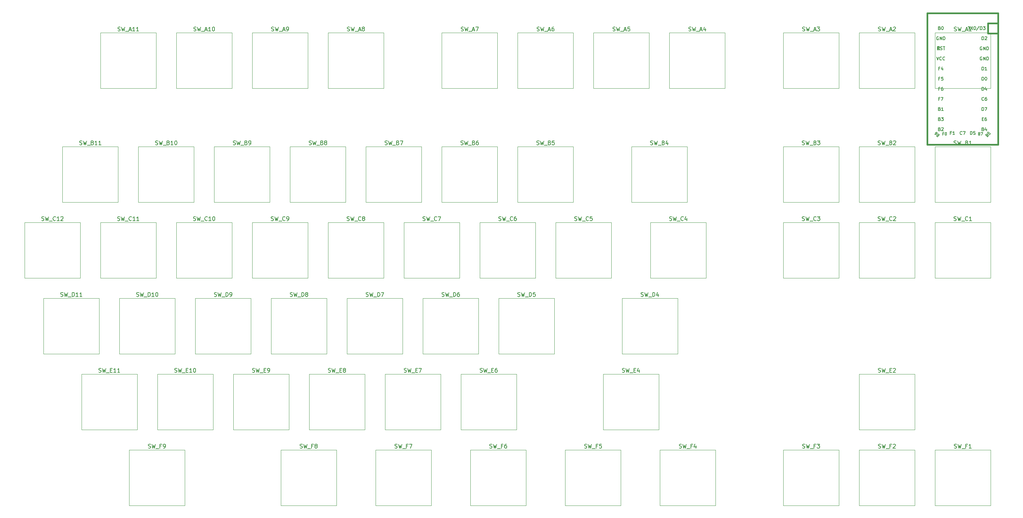
<source format=gto>
G04 #@! TF.GenerationSoftware,KiCad,Pcbnew,(5.1.4)-1*
G04 #@! TF.CreationDate,2019-10-25T22:11:27-04:00*
G04 #@! TF.ProjectId,Split Keyboard - Right,53706c69-7420-44b6-9579-626f61726420,rev?*
G04 #@! TF.SameCoordinates,Original*
G04 #@! TF.FileFunction,Legend,Top*
G04 #@! TF.FilePolarity,Positive*
%FSLAX46Y46*%
G04 Gerber Fmt 4.6, Leading zero omitted, Abs format (unit mm)*
G04 Created by KiCad (PCBNEW (5.1.4)-1) date 2019-10-25 22:11:27*
%MOMM*%
%LPD*%
G04 APERTURE LIST*
%ADD10C,0.120000*%
%ADD11C,0.381000*%
%ADD12C,0.150000*%
G04 APERTURE END LIST*
D10*
X176060100Y-135890000D02*
X190030100Y-135890000D01*
X190030100Y-135890000D02*
X190030100Y-149860000D01*
X190030100Y-149860000D02*
X176060100Y-149860000D01*
X176060100Y-149860000D02*
X176060100Y-135890000D01*
X245110000Y-31115000D02*
X259080000Y-31115000D01*
X259080000Y-31115000D02*
X259080000Y-45085000D01*
X259080000Y-45085000D02*
X245110000Y-45085000D01*
X245110000Y-45085000D02*
X245110000Y-31115000D01*
X226060000Y-45085000D02*
X226060000Y-31115000D01*
X240030000Y-45085000D02*
X226060000Y-45085000D01*
X240030000Y-31115000D02*
X240030000Y-45085000D01*
X226060000Y-31115000D02*
X240030000Y-31115000D01*
X207010000Y-45085000D02*
X207010000Y-31115000D01*
X220980000Y-45085000D02*
X207010000Y-45085000D01*
X220980000Y-31115000D02*
X220980000Y-45085000D01*
X207010000Y-31115000D02*
X220980000Y-31115000D01*
X178435000Y-31115000D02*
X192405000Y-31115000D01*
X192405000Y-31115000D02*
X192405000Y-45085000D01*
X192405000Y-45085000D02*
X178435000Y-45085000D01*
X178435000Y-45085000D02*
X178435000Y-31115000D01*
X159385000Y-31115000D02*
X173355000Y-31115000D01*
X173355000Y-31115000D02*
X173355000Y-45085000D01*
X173355000Y-45085000D02*
X159385000Y-45085000D01*
X159385000Y-45085000D02*
X159385000Y-31115000D01*
X140335000Y-45085000D02*
X140335000Y-31115000D01*
X154305000Y-45085000D02*
X140335000Y-45085000D01*
X154305000Y-31115000D02*
X154305000Y-45085000D01*
X140335000Y-31115000D02*
X154305000Y-31115000D01*
X121285000Y-31115000D02*
X135255000Y-31115000D01*
X135255000Y-31115000D02*
X135255000Y-45085000D01*
X135255000Y-45085000D02*
X121285000Y-45085000D01*
X121285000Y-45085000D02*
X121285000Y-31115000D01*
X92710000Y-31115000D02*
X106680000Y-31115000D01*
X106680000Y-31115000D02*
X106680000Y-45085000D01*
X106680000Y-45085000D02*
X92710000Y-45085000D01*
X92710000Y-45085000D02*
X92710000Y-31115000D01*
X73660000Y-45085000D02*
X73660000Y-31115000D01*
X87630000Y-45085000D02*
X73660000Y-45085000D01*
X87630000Y-31115000D02*
X87630000Y-45085000D01*
X73660000Y-31115000D02*
X87630000Y-31115000D01*
X54610000Y-31115000D02*
X68580000Y-31115000D01*
X68580000Y-31115000D02*
X68580000Y-45085000D01*
X68580000Y-45085000D02*
X54610000Y-45085000D01*
X54610000Y-45085000D02*
X54610000Y-31115000D01*
X35560000Y-31115000D02*
X49530000Y-31115000D01*
X49530000Y-31115000D02*
X49530000Y-45085000D01*
X49530000Y-45085000D02*
X35560000Y-45085000D01*
X35560000Y-45085000D02*
X35560000Y-31115000D01*
X245110000Y-73660000D02*
X245110000Y-59690000D01*
X259080000Y-73660000D02*
X245110000Y-73660000D01*
X259080000Y-59690000D02*
X259080000Y-73660000D01*
X245110000Y-59690000D02*
X259080000Y-59690000D01*
X226060000Y-59690000D02*
X240030000Y-59690000D01*
X240030000Y-59690000D02*
X240030000Y-73660000D01*
X240030000Y-73660000D02*
X226060000Y-73660000D01*
X226060000Y-73660000D02*
X226060000Y-59690000D01*
X207010000Y-59690000D02*
X220980000Y-59690000D01*
X220980000Y-59690000D02*
X220980000Y-73660000D01*
X220980000Y-73660000D02*
X207010000Y-73660000D01*
X207010000Y-73660000D02*
X207010000Y-59690000D01*
X168910000Y-59690000D02*
X182880000Y-59690000D01*
X182880000Y-59690000D02*
X182880000Y-73660000D01*
X182880000Y-73660000D02*
X168910000Y-73660000D01*
X168910000Y-73660000D02*
X168910000Y-59690000D01*
X140335000Y-59690000D02*
X154305000Y-59690000D01*
X154305000Y-59690000D02*
X154305000Y-73660000D01*
X154305000Y-73660000D02*
X140335000Y-73660000D01*
X140335000Y-73660000D02*
X140335000Y-59690000D01*
X121285000Y-73660000D02*
X121285000Y-59690000D01*
X135255000Y-73660000D02*
X121285000Y-73660000D01*
X135255000Y-59690000D02*
X135255000Y-73660000D01*
X121285000Y-59690000D02*
X135255000Y-59690000D01*
X102235000Y-59690000D02*
X116205000Y-59690000D01*
X116205000Y-59690000D02*
X116205000Y-73660000D01*
X116205000Y-73660000D02*
X102235000Y-73660000D01*
X102235000Y-73660000D02*
X102235000Y-59690000D01*
X83185000Y-73660000D02*
X83185000Y-59690000D01*
X97155000Y-73660000D02*
X83185000Y-73660000D01*
X97155000Y-59690000D02*
X97155000Y-73660000D01*
X83185000Y-59690000D02*
X97155000Y-59690000D01*
X64135000Y-73660000D02*
X64135000Y-59690000D01*
X78105000Y-73660000D02*
X64135000Y-73660000D01*
X78105000Y-59690000D02*
X78105000Y-73660000D01*
X64135000Y-59690000D02*
X78105000Y-59690000D01*
X45085000Y-59690000D02*
X59055000Y-59690000D01*
X59055000Y-59690000D02*
X59055000Y-73660000D01*
X59055000Y-73660000D02*
X45085000Y-73660000D01*
X45085000Y-73660000D02*
X45085000Y-59690000D01*
X26035000Y-73660000D02*
X26035000Y-59690000D01*
X40005000Y-73660000D02*
X26035000Y-73660000D01*
X40005000Y-59690000D02*
X40005000Y-73660000D01*
X26035000Y-59690000D02*
X40005000Y-59690000D01*
X245110000Y-92710000D02*
X245110000Y-78740000D01*
X259080000Y-92710000D02*
X245110000Y-92710000D01*
X259080000Y-78740000D02*
X259080000Y-92710000D01*
X245110000Y-78740000D02*
X259080000Y-78740000D01*
X226060000Y-78740000D02*
X240030000Y-78740000D01*
X240030000Y-78740000D02*
X240030000Y-92710000D01*
X240030000Y-92710000D02*
X226060000Y-92710000D01*
X226060000Y-92710000D02*
X226060000Y-78740000D01*
X207010000Y-78740000D02*
X220980000Y-78740000D01*
X220980000Y-78740000D02*
X220980000Y-92710000D01*
X220980000Y-92710000D02*
X207010000Y-92710000D01*
X207010000Y-92710000D02*
X207010000Y-78740000D01*
X173672500Y-78740000D02*
X187642500Y-78740000D01*
X187642500Y-78740000D02*
X187642500Y-92710000D01*
X187642500Y-92710000D02*
X173672500Y-92710000D01*
X173672500Y-92710000D02*
X173672500Y-78740000D01*
X149860000Y-92710000D02*
X149860000Y-78740000D01*
X163830000Y-92710000D02*
X149860000Y-92710000D01*
X163830000Y-78740000D02*
X163830000Y-92710000D01*
X149860000Y-78740000D02*
X163830000Y-78740000D01*
X130810000Y-78740000D02*
X144780000Y-78740000D01*
X144780000Y-78740000D02*
X144780000Y-92710000D01*
X144780000Y-92710000D02*
X130810000Y-92710000D01*
X130810000Y-92710000D02*
X130810000Y-78740000D01*
X111760000Y-92710000D02*
X111760000Y-78740000D01*
X125730000Y-92710000D02*
X111760000Y-92710000D01*
X125730000Y-78740000D02*
X125730000Y-92710000D01*
X111760000Y-78740000D02*
X125730000Y-78740000D01*
X92710000Y-78740000D02*
X106680000Y-78740000D01*
X106680000Y-78740000D02*
X106680000Y-92710000D01*
X106680000Y-92710000D02*
X92710000Y-92710000D01*
X92710000Y-92710000D02*
X92710000Y-78740000D01*
X73660000Y-92710000D02*
X73660000Y-78740000D01*
X87630000Y-92710000D02*
X73660000Y-92710000D01*
X87630000Y-78740000D02*
X87630000Y-92710000D01*
X73660000Y-78740000D02*
X87630000Y-78740000D01*
X54610000Y-78740000D02*
X68580000Y-78740000D01*
X68580000Y-78740000D02*
X68580000Y-92710000D01*
X68580000Y-92710000D02*
X54610000Y-92710000D01*
X54610000Y-92710000D02*
X54610000Y-78740000D01*
X35560000Y-78740000D02*
X49530000Y-78740000D01*
X49530000Y-78740000D02*
X49530000Y-92710000D01*
X49530000Y-92710000D02*
X35560000Y-92710000D01*
X35560000Y-92710000D02*
X35560000Y-78740000D01*
X16510000Y-92710000D02*
X16510000Y-78740000D01*
X30480000Y-92710000D02*
X16510000Y-92710000D01*
X30480000Y-78740000D02*
X30480000Y-92710000D01*
X16510000Y-78740000D02*
X30480000Y-78740000D01*
X166535000Y-97790000D02*
X180505000Y-97790000D01*
X180505000Y-97790000D02*
X180505000Y-111760000D01*
X180505000Y-111760000D02*
X166535000Y-111760000D01*
X166535000Y-111760000D02*
X166535000Y-97790000D01*
X135559800Y-111760000D02*
X135559800Y-97790000D01*
X149529800Y-111760000D02*
X135559800Y-111760000D01*
X149529800Y-97790000D02*
X149529800Y-111760000D01*
X135559800Y-97790000D02*
X149529800Y-97790000D01*
X116522500Y-97790000D02*
X130492500Y-97790000D01*
X130492500Y-97790000D02*
X130492500Y-111760000D01*
X130492500Y-111760000D02*
X116522500Y-111760000D01*
X116522500Y-111760000D02*
X116522500Y-97790000D01*
X97472500Y-111760000D02*
X97472500Y-97790000D01*
X111442500Y-111760000D02*
X97472500Y-111760000D01*
X111442500Y-97790000D02*
X111442500Y-111760000D01*
X97472500Y-97790000D02*
X111442500Y-97790000D01*
X78422500Y-111760000D02*
X78422500Y-97790000D01*
X92392500Y-111760000D02*
X78422500Y-111760000D01*
X92392500Y-97790000D02*
X92392500Y-111760000D01*
X78422500Y-97790000D02*
X92392500Y-97790000D01*
X59372500Y-111760000D02*
X59372500Y-97790000D01*
X73342500Y-111760000D02*
X59372500Y-111760000D01*
X73342500Y-97790000D02*
X73342500Y-111760000D01*
X59372500Y-97790000D02*
X73342500Y-97790000D01*
X40322500Y-111760000D02*
X40322500Y-97790000D01*
X54292500Y-111760000D02*
X40322500Y-111760000D01*
X54292500Y-97790000D02*
X54292500Y-111760000D01*
X40322500Y-97790000D02*
X54292500Y-97790000D01*
X21272500Y-97790000D02*
X35242500Y-97790000D01*
X35242500Y-97790000D02*
X35242500Y-111760000D01*
X35242500Y-111760000D02*
X21272500Y-111760000D01*
X21272500Y-111760000D02*
X21272500Y-97790000D01*
X226060000Y-116840000D02*
X240030000Y-116840000D01*
X240030000Y-116840000D02*
X240030000Y-130810000D01*
X240030000Y-130810000D02*
X226060000Y-130810000D01*
X226060000Y-130810000D02*
X226060000Y-116840000D01*
X161772600Y-130810000D02*
X161772600Y-116840000D01*
X175742600Y-130810000D02*
X161772600Y-130810000D01*
X175742600Y-116840000D02*
X175742600Y-130810000D01*
X161772600Y-116840000D02*
X175742600Y-116840000D01*
X126060200Y-116840000D02*
X140030200Y-116840000D01*
X140030200Y-116840000D02*
X140030200Y-130810000D01*
X140030200Y-130810000D02*
X126060200Y-130810000D01*
X126060200Y-130810000D02*
X126060200Y-116840000D01*
X106997500Y-130810000D02*
X106997500Y-116840000D01*
X120967500Y-130810000D02*
X106997500Y-130810000D01*
X120967500Y-116840000D02*
X120967500Y-130810000D01*
X106997500Y-116840000D02*
X120967500Y-116840000D01*
X87947500Y-116840000D02*
X101917500Y-116840000D01*
X101917500Y-116840000D02*
X101917500Y-130810000D01*
X101917500Y-130810000D02*
X87947500Y-130810000D01*
X87947500Y-130810000D02*
X87947500Y-116840000D01*
X68897500Y-130810000D02*
X68897500Y-116840000D01*
X82867500Y-130810000D02*
X68897500Y-130810000D01*
X82867500Y-116840000D02*
X82867500Y-130810000D01*
X68897500Y-116840000D02*
X82867500Y-116840000D01*
X49847500Y-130810000D02*
X49847500Y-116840000D01*
X63817500Y-130810000D02*
X49847500Y-130810000D01*
X63817500Y-116840000D02*
X63817500Y-130810000D01*
X49847500Y-116840000D02*
X63817500Y-116840000D01*
X30797500Y-116840000D02*
X44767500Y-116840000D01*
X44767500Y-116840000D02*
X44767500Y-130810000D01*
X44767500Y-130810000D02*
X30797500Y-130810000D01*
X30797500Y-130810000D02*
X30797500Y-116840000D01*
X245110000Y-149860000D02*
X245110000Y-135890000D01*
X259080000Y-149860000D02*
X245110000Y-149860000D01*
X259080000Y-135890000D02*
X259080000Y-149860000D01*
X245110000Y-135890000D02*
X259080000Y-135890000D01*
X226060000Y-135890000D02*
X240030000Y-135890000D01*
X240030000Y-135890000D02*
X240030000Y-149860000D01*
X240030000Y-149860000D02*
X226060000Y-149860000D01*
X226060000Y-149860000D02*
X226060000Y-135890000D01*
X207010000Y-149860000D02*
X207010000Y-135890000D01*
X220980000Y-149860000D02*
X207010000Y-149860000D01*
X220980000Y-135890000D02*
X220980000Y-149860000D01*
X207010000Y-135890000D02*
X220980000Y-135890000D01*
X152273000Y-149860000D02*
X152273000Y-135890000D01*
X166243000Y-149860000D02*
X152273000Y-149860000D01*
X166243000Y-135890000D02*
X166243000Y-149860000D01*
X152273000Y-135890000D02*
X166243000Y-135890000D01*
X128460500Y-149860000D02*
X128460500Y-135890000D01*
X142430500Y-149860000D02*
X128460500Y-149860000D01*
X142430500Y-135890000D02*
X142430500Y-149860000D01*
X128460500Y-135890000D02*
X142430500Y-135890000D01*
X104648000Y-135890000D02*
X118618000Y-135890000D01*
X118618000Y-135890000D02*
X118618000Y-149860000D01*
X118618000Y-149860000D02*
X104648000Y-149860000D01*
X104648000Y-149860000D02*
X104648000Y-135890000D01*
X80835500Y-135890000D02*
X94805500Y-135890000D01*
X94805500Y-135890000D02*
X94805500Y-149860000D01*
X94805500Y-149860000D02*
X80835500Y-149860000D01*
X80835500Y-149860000D02*
X80835500Y-135890000D01*
X42735500Y-135890000D02*
X56705500Y-135890000D01*
X56705500Y-135890000D02*
X56705500Y-149860000D01*
X56705500Y-149860000D02*
X42735500Y-149860000D01*
X42735500Y-149860000D02*
X42735500Y-135890000D01*
D11*
X258381500Y-31242000D02*
X260921500Y-31242000D01*
X258381500Y-28702000D02*
X258381500Y-31242000D01*
D12*
G36*
X245986865Y-34991030D02*
G01*
X245986865Y-35091030D01*
X245886865Y-35091030D01*
X245886865Y-34991030D01*
X245986865Y-34991030D01*
G37*
X245986865Y-34991030D02*
X245986865Y-35091030D01*
X245886865Y-35091030D01*
X245886865Y-34991030D01*
X245986865Y-34991030D01*
G36*
X245786865Y-34591030D02*
G01*
X245786865Y-35391030D01*
X245686865Y-35391030D01*
X245686865Y-34591030D01*
X245786865Y-34591030D01*
G37*
X245786865Y-34591030D02*
X245786865Y-35391030D01*
X245686865Y-35391030D01*
X245686865Y-34591030D01*
X245786865Y-34591030D01*
G36*
X246186865Y-35191030D02*
G01*
X246186865Y-35391030D01*
X246086865Y-35391030D01*
X246086865Y-35191030D01*
X246186865Y-35191030D01*
G37*
X246186865Y-35191030D02*
X246186865Y-35391030D01*
X246086865Y-35391030D01*
X246086865Y-35191030D01*
X246186865Y-35191030D01*
G36*
X246186865Y-34591030D02*
G01*
X246186865Y-34891030D01*
X246086865Y-34891030D01*
X246086865Y-34591030D01*
X246186865Y-34591030D01*
G37*
X246186865Y-34591030D02*
X246186865Y-34891030D01*
X246086865Y-34891030D01*
X246086865Y-34591030D01*
X246186865Y-34591030D01*
G36*
X246186865Y-34591030D02*
G01*
X246186865Y-34691030D01*
X245686865Y-34691030D01*
X245686865Y-34591030D01*
X246186865Y-34591030D01*
G37*
X246186865Y-34591030D02*
X246186865Y-34691030D01*
X245686865Y-34691030D01*
X245686865Y-34591030D01*
X246186865Y-34591030D01*
D11*
X243141500Y-59182000D02*
X243141500Y-26162000D01*
X260921500Y-59182000D02*
X243141500Y-59182000D01*
X260921500Y-26162000D02*
X260921500Y-59182000D01*
X243141500Y-26162000D02*
X260921500Y-26162000D01*
X258381500Y-28702000D02*
X260921500Y-28702000D01*
D12*
X180902242Y-135405761D02*
X181045100Y-135453380D01*
X181283195Y-135453380D01*
X181378433Y-135405761D01*
X181426052Y-135358142D01*
X181473671Y-135262904D01*
X181473671Y-135167666D01*
X181426052Y-135072428D01*
X181378433Y-135024809D01*
X181283195Y-134977190D01*
X181092719Y-134929571D01*
X180997480Y-134881952D01*
X180949861Y-134834333D01*
X180902242Y-134739095D01*
X180902242Y-134643857D01*
X180949861Y-134548619D01*
X180997480Y-134501000D01*
X181092719Y-134453380D01*
X181330814Y-134453380D01*
X181473671Y-134501000D01*
X181807004Y-134453380D02*
X182045100Y-135453380D01*
X182235576Y-134739095D01*
X182426052Y-135453380D01*
X182664147Y-134453380D01*
X182807004Y-135548619D02*
X183568909Y-135548619D01*
X184140338Y-134929571D02*
X183807004Y-134929571D01*
X183807004Y-135453380D02*
X183807004Y-134453380D01*
X184283195Y-134453380D01*
X185092719Y-134786714D02*
X185092719Y-135453380D01*
X184854623Y-134405761D02*
X184616528Y-135120047D01*
X185235576Y-135120047D01*
X249952142Y-30630761D02*
X250095000Y-30678380D01*
X250333095Y-30678380D01*
X250428333Y-30630761D01*
X250475952Y-30583142D01*
X250523571Y-30487904D01*
X250523571Y-30392666D01*
X250475952Y-30297428D01*
X250428333Y-30249809D01*
X250333095Y-30202190D01*
X250142619Y-30154571D01*
X250047380Y-30106952D01*
X249999761Y-30059333D01*
X249952142Y-29964095D01*
X249952142Y-29868857D01*
X249999761Y-29773619D01*
X250047380Y-29726000D01*
X250142619Y-29678380D01*
X250380714Y-29678380D01*
X250523571Y-29726000D01*
X250856904Y-29678380D02*
X251095000Y-30678380D01*
X251285476Y-29964095D01*
X251475952Y-30678380D01*
X251714047Y-29678380D01*
X251856904Y-30773619D02*
X252618809Y-30773619D01*
X252809285Y-30392666D02*
X253285476Y-30392666D01*
X252714047Y-30678380D02*
X253047380Y-29678380D01*
X253380714Y-30678380D01*
X254237857Y-30678380D02*
X253666428Y-30678380D01*
X253952142Y-30678380D02*
X253952142Y-29678380D01*
X253856904Y-29821238D01*
X253761666Y-29916476D01*
X253666428Y-29964095D01*
X230902142Y-30630761D02*
X231045000Y-30678380D01*
X231283095Y-30678380D01*
X231378333Y-30630761D01*
X231425952Y-30583142D01*
X231473571Y-30487904D01*
X231473571Y-30392666D01*
X231425952Y-30297428D01*
X231378333Y-30249809D01*
X231283095Y-30202190D01*
X231092619Y-30154571D01*
X230997380Y-30106952D01*
X230949761Y-30059333D01*
X230902142Y-29964095D01*
X230902142Y-29868857D01*
X230949761Y-29773619D01*
X230997380Y-29726000D01*
X231092619Y-29678380D01*
X231330714Y-29678380D01*
X231473571Y-29726000D01*
X231806904Y-29678380D02*
X232045000Y-30678380D01*
X232235476Y-29964095D01*
X232425952Y-30678380D01*
X232664047Y-29678380D01*
X232806904Y-30773619D02*
X233568809Y-30773619D01*
X233759285Y-30392666D02*
X234235476Y-30392666D01*
X233664047Y-30678380D02*
X233997380Y-29678380D01*
X234330714Y-30678380D01*
X234616428Y-29773619D02*
X234664047Y-29726000D01*
X234759285Y-29678380D01*
X234997380Y-29678380D01*
X235092619Y-29726000D01*
X235140238Y-29773619D01*
X235187857Y-29868857D01*
X235187857Y-29964095D01*
X235140238Y-30106952D01*
X234568809Y-30678380D01*
X235187857Y-30678380D01*
X211852142Y-30630761D02*
X211995000Y-30678380D01*
X212233095Y-30678380D01*
X212328333Y-30630761D01*
X212375952Y-30583142D01*
X212423571Y-30487904D01*
X212423571Y-30392666D01*
X212375952Y-30297428D01*
X212328333Y-30249809D01*
X212233095Y-30202190D01*
X212042619Y-30154571D01*
X211947380Y-30106952D01*
X211899761Y-30059333D01*
X211852142Y-29964095D01*
X211852142Y-29868857D01*
X211899761Y-29773619D01*
X211947380Y-29726000D01*
X212042619Y-29678380D01*
X212280714Y-29678380D01*
X212423571Y-29726000D01*
X212756904Y-29678380D02*
X212995000Y-30678380D01*
X213185476Y-29964095D01*
X213375952Y-30678380D01*
X213614047Y-29678380D01*
X213756904Y-30773619D02*
X214518809Y-30773619D01*
X214709285Y-30392666D02*
X215185476Y-30392666D01*
X214614047Y-30678380D02*
X214947380Y-29678380D01*
X215280714Y-30678380D01*
X215518809Y-29678380D02*
X216137857Y-29678380D01*
X215804523Y-30059333D01*
X215947380Y-30059333D01*
X216042619Y-30106952D01*
X216090238Y-30154571D01*
X216137857Y-30249809D01*
X216137857Y-30487904D01*
X216090238Y-30583142D01*
X216042619Y-30630761D01*
X215947380Y-30678380D01*
X215661666Y-30678380D01*
X215566428Y-30630761D01*
X215518809Y-30583142D01*
X183277142Y-30630761D02*
X183420000Y-30678380D01*
X183658095Y-30678380D01*
X183753333Y-30630761D01*
X183800952Y-30583142D01*
X183848571Y-30487904D01*
X183848571Y-30392666D01*
X183800952Y-30297428D01*
X183753333Y-30249809D01*
X183658095Y-30202190D01*
X183467619Y-30154571D01*
X183372380Y-30106952D01*
X183324761Y-30059333D01*
X183277142Y-29964095D01*
X183277142Y-29868857D01*
X183324761Y-29773619D01*
X183372380Y-29726000D01*
X183467619Y-29678380D01*
X183705714Y-29678380D01*
X183848571Y-29726000D01*
X184181904Y-29678380D02*
X184420000Y-30678380D01*
X184610476Y-29964095D01*
X184800952Y-30678380D01*
X185039047Y-29678380D01*
X185181904Y-30773619D02*
X185943809Y-30773619D01*
X186134285Y-30392666D02*
X186610476Y-30392666D01*
X186039047Y-30678380D02*
X186372380Y-29678380D01*
X186705714Y-30678380D01*
X187467619Y-30011714D02*
X187467619Y-30678380D01*
X187229523Y-29630761D02*
X186991428Y-30345047D01*
X187610476Y-30345047D01*
X164227142Y-30630761D02*
X164370000Y-30678380D01*
X164608095Y-30678380D01*
X164703333Y-30630761D01*
X164750952Y-30583142D01*
X164798571Y-30487904D01*
X164798571Y-30392666D01*
X164750952Y-30297428D01*
X164703333Y-30249809D01*
X164608095Y-30202190D01*
X164417619Y-30154571D01*
X164322380Y-30106952D01*
X164274761Y-30059333D01*
X164227142Y-29964095D01*
X164227142Y-29868857D01*
X164274761Y-29773619D01*
X164322380Y-29726000D01*
X164417619Y-29678380D01*
X164655714Y-29678380D01*
X164798571Y-29726000D01*
X165131904Y-29678380D02*
X165370000Y-30678380D01*
X165560476Y-29964095D01*
X165750952Y-30678380D01*
X165989047Y-29678380D01*
X166131904Y-30773619D02*
X166893809Y-30773619D01*
X167084285Y-30392666D02*
X167560476Y-30392666D01*
X166989047Y-30678380D02*
X167322380Y-29678380D01*
X167655714Y-30678380D01*
X168465238Y-29678380D02*
X167989047Y-29678380D01*
X167941428Y-30154571D01*
X167989047Y-30106952D01*
X168084285Y-30059333D01*
X168322380Y-30059333D01*
X168417619Y-30106952D01*
X168465238Y-30154571D01*
X168512857Y-30249809D01*
X168512857Y-30487904D01*
X168465238Y-30583142D01*
X168417619Y-30630761D01*
X168322380Y-30678380D01*
X168084285Y-30678380D01*
X167989047Y-30630761D01*
X167941428Y-30583142D01*
X145177142Y-30630761D02*
X145320000Y-30678380D01*
X145558095Y-30678380D01*
X145653333Y-30630761D01*
X145700952Y-30583142D01*
X145748571Y-30487904D01*
X145748571Y-30392666D01*
X145700952Y-30297428D01*
X145653333Y-30249809D01*
X145558095Y-30202190D01*
X145367619Y-30154571D01*
X145272380Y-30106952D01*
X145224761Y-30059333D01*
X145177142Y-29964095D01*
X145177142Y-29868857D01*
X145224761Y-29773619D01*
X145272380Y-29726000D01*
X145367619Y-29678380D01*
X145605714Y-29678380D01*
X145748571Y-29726000D01*
X146081904Y-29678380D02*
X146320000Y-30678380D01*
X146510476Y-29964095D01*
X146700952Y-30678380D01*
X146939047Y-29678380D01*
X147081904Y-30773619D02*
X147843809Y-30773619D01*
X148034285Y-30392666D02*
X148510476Y-30392666D01*
X147939047Y-30678380D02*
X148272380Y-29678380D01*
X148605714Y-30678380D01*
X149367619Y-29678380D02*
X149177142Y-29678380D01*
X149081904Y-29726000D01*
X149034285Y-29773619D01*
X148939047Y-29916476D01*
X148891428Y-30106952D01*
X148891428Y-30487904D01*
X148939047Y-30583142D01*
X148986666Y-30630761D01*
X149081904Y-30678380D01*
X149272380Y-30678380D01*
X149367619Y-30630761D01*
X149415238Y-30583142D01*
X149462857Y-30487904D01*
X149462857Y-30249809D01*
X149415238Y-30154571D01*
X149367619Y-30106952D01*
X149272380Y-30059333D01*
X149081904Y-30059333D01*
X148986666Y-30106952D01*
X148939047Y-30154571D01*
X148891428Y-30249809D01*
X126127142Y-30630761D02*
X126270000Y-30678380D01*
X126508095Y-30678380D01*
X126603333Y-30630761D01*
X126650952Y-30583142D01*
X126698571Y-30487904D01*
X126698571Y-30392666D01*
X126650952Y-30297428D01*
X126603333Y-30249809D01*
X126508095Y-30202190D01*
X126317619Y-30154571D01*
X126222380Y-30106952D01*
X126174761Y-30059333D01*
X126127142Y-29964095D01*
X126127142Y-29868857D01*
X126174761Y-29773619D01*
X126222380Y-29726000D01*
X126317619Y-29678380D01*
X126555714Y-29678380D01*
X126698571Y-29726000D01*
X127031904Y-29678380D02*
X127270000Y-30678380D01*
X127460476Y-29964095D01*
X127650952Y-30678380D01*
X127889047Y-29678380D01*
X128031904Y-30773619D02*
X128793809Y-30773619D01*
X128984285Y-30392666D02*
X129460476Y-30392666D01*
X128889047Y-30678380D02*
X129222380Y-29678380D01*
X129555714Y-30678380D01*
X129793809Y-29678380D02*
X130460476Y-29678380D01*
X130031904Y-30678380D01*
X97552142Y-30630761D02*
X97695000Y-30678380D01*
X97933095Y-30678380D01*
X98028333Y-30630761D01*
X98075952Y-30583142D01*
X98123571Y-30487904D01*
X98123571Y-30392666D01*
X98075952Y-30297428D01*
X98028333Y-30249809D01*
X97933095Y-30202190D01*
X97742619Y-30154571D01*
X97647380Y-30106952D01*
X97599761Y-30059333D01*
X97552142Y-29964095D01*
X97552142Y-29868857D01*
X97599761Y-29773619D01*
X97647380Y-29726000D01*
X97742619Y-29678380D01*
X97980714Y-29678380D01*
X98123571Y-29726000D01*
X98456904Y-29678380D02*
X98695000Y-30678380D01*
X98885476Y-29964095D01*
X99075952Y-30678380D01*
X99314047Y-29678380D01*
X99456904Y-30773619D02*
X100218809Y-30773619D01*
X100409285Y-30392666D02*
X100885476Y-30392666D01*
X100314047Y-30678380D02*
X100647380Y-29678380D01*
X100980714Y-30678380D01*
X101456904Y-30106952D02*
X101361666Y-30059333D01*
X101314047Y-30011714D01*
X101266428Y-29916476D01*
X101266428Y-29868857D01*
X101314047Y-29773619D01*
X101361666Y-29726000D01*
X101456904Y-29678380D01*
X101647380Y-29678380D01*
X101742619Y-29726000D01*
X101790238Y-29773619D01*
X101837857Y-29868857D01*
X101837857Y-29916476D01*
X101790238Y-30011714D01*
X101742619Y-30059333D01*
X101647380Y-30106952D01*
X101456904Y-30106952D01*
X101361666Y-30154571D01*
X101314047Y-30202190D01*
X101266428Y-30297428D01*
X101266428Y-30487904D01*
X101314047Y-30583142D01*
X101361666Y-30630761D01*
X101456904Y-30678380D01*
X101647380Y-30678380D01*
X101742619Y-30630761D01*
X101790238Y-30583142D01*
X101837857Y-30487904D01*
X101837857Y-30297428D01*
X101790238Y-30202190D01*
X101742619Y-30154571D01*
X101647380Y-30106952D01*
X78502142Y-30630761D02*
X78645000Y-30678380D01*
X78883095Y-30678380D01*
X78978333Y-30630761D01*
X79025952Y-30583142D01*
X79073571Y-30487904D01*
X79073571Y-30392666D01*
X79025952Y-30297428D01*
X78978333Y-30249809D01*
X78883095Y-30202190D01*
X78692619Y-30154571D01*
X78597380Y-30106952D01*
X78549761Y-30059333D01*
X78502142Y-29964095D01*
X78502142Y-29868857D01*
X78549761Y-29773619D01*
X78597380Y-29726000D01*
X78692619Y-29678380D01*
X78930714Y-29678380D01*
X79073571Y-29726000D01*
X79406904Y-29678380D02*
X79645000Y-30678380D01*
X79835476Y-29964095D01*
X80025952Y-30678380D01*
X80264047Y-29678380D01*
X80406904Y-30773619D02*
X81168809Y-30773619D01*
X81359285Y-30392666D02*
X81835476Y-30392666D01*
X81264047Y-30678380D02*
X81597380Y-29678380D01*
X81930714Y-30678380D01*
X82311666Y-30678380D02*
X82502142Y-30678380D01*
X82597380Y-30630761D01*
X82645000Y-30583142D01*
X82740238Y-30440285D01*
X82787857Y-30249809D01*
X82787857Y-29868857D01*
X82740238Y-29773619D01*
X82692619Y-29726000D01*
X82597380Y-29678380D01*
X82406904Y-29678380D01*
X82311666Y-29726000D01*
X82264047Y-29773619D01*
X82216428Y-29868857D01*
X82216428Y-30106952D01*
X82264047Y-30202190D01*
X82311666Y-30249809D01*
X82406904Y-30297428D01*
X82597380Y-30297428D01*
X82692619Y-30249809D01*
X82740238Y-30202190D01*
X82787857Y-30106952D01*
X58975952Y-30630761D02*
X59118809Y-30678380D01*
X59356904Y-30678380D01*
X59452142Y-30630761D01*
X59499761Y-30583142D01*
X59547380Y-30487904D01*
X59547380Y-30392666D01*
X59499761Y-30297428D01*
X59452142Y-30249809D01*
X59356904Y-30202190D01*
X59166428Y-30154571D01*
X59071190Y-30106952D01*
X59023571Y-30059333D01*
X58975952Y-29964095D01*
X58975952Y-29868857D01*
X59023571Y-29773619D01*
X59071190Y-29726000D01*
X59166428Y-29678380D01*
X59404523Y-29678380D01*
X59547380Y-29726000D01*
X59880714Y-29678380D02*
X60118809Y-30678380D01*
X60309285Y-29964095D01*
X60499761Y-30678380D01*
X60737857Y-29678380D01*
X60880714Y-30773619D02*
X61642619Y-30773619D01*
X61833095Y-30392666D02*
X62309285Y-30392666D01*
X61737857Y-30678380D02*
X62071190Y-29678380D01*
X62404523Y-30678380D01*
X63261666Y-30678380D02*
X62690238Y-30678380D01*
X62975952Y-30678380D02*
X62975952Y-29678380D01*
X62880714Y-29821238D01*
X62785476Y-29916476D01*
X62690238Y-29964095D01*
X63880714Y-29678380D02*
X63975952Y-29678380D01*
X64071190Y-29726000D01*
X64118809Y-29773619D01*
X64166428Y-29868857D01*
X64214047Y-30059333D01*
X64214047Y-30297428D01*
X64166428Y-30487904D01*
X64118809Y-30583142D01*
X64071190Y-30630761D01*
X63975952Y-30678380D01*
X63880714Y-30678380D01*
X63785476Y-30630761D01*
X63737857Y-30583142D01*
X63690238Y-30487904D01*
X63642619Y-30297428D01*
X63642619Y-30059333D01*
X63690238Y-29868857D01*
X63737857Y-29773619D01*
X63785476Y-29726000D01*
X63880714Y-29678380D01*
X39925952Y-30630761D02*
X40068809Y-30678380D01*
X40306904Y-30678380D01*
X40402142Y-30630761D01*
X40449761Y-30583142D01*
X40497380Y-30487904D01*
X40497380Y-30392666D01*
X40449761Y-30297428D01*
X40402142Y-30249809D01*
X40306904Y-30202190D01*
X40116428Y-30154571D01*
X40021190Y-30106952D01*
X39973571Y-30059333D01*
X39925952Y-29964095D01*
X39925952Y-29868857D01*
X39973571Y-29773619D01*
X40021190Y-29726000D01*
X40116428Y-29678380D01*
X40354523Y-29678380D01*
X40497380Y-29726000D01*
X40830714Y-29678380D02*
X41068809Y-30678380D01*
X41259285Y-29964095D01*
X41449761Y-30678380D01*
X41687857Y-29678380D01*
X41830714Y-30773619D02*
X42592619Y-30773619D01*
X42783095Y-30392666D02*
X43259285Y-30392666D01*
X42687857Y-30678380D02*
X43021190Y-29678380D01*
X43354523Y-30678380D01*
X44211666Y-30678380D02*
X43640238Y-30678380D01*
X43925952Y-30678380D02*
X43925952Y-29678380D01*
X43830714Y-29821238D01*
X43735476Y-29916476D01*
X43640238Y-29964095D01*
X45164047Y-30678380D02*
X44592619Y-30678380D01*
X44878333Y-30678380D02*
X44878333Y-29678380D01*
X44783095Y-29821238D01*
X44687857Y-29916476D01*
X44592619Y-29964095D01*
X249880714Y-59205761D02*
X250023571Y-59253380D01*
X250261666Y-59253380D01*
X250356904Y-59205761D01*
X250404523Y-59158142D01*
X250452142Y-59062904D01*
X250452142Y-58967666D01*
X250404523Y-58872428D01*
X250356904Y-58824809D01*
X250261666Y-58777190D01*
X250071190Y-58729571D01*
X249975952Y-58681952D01*
X249928333Y-58634333D01*
X249880714Y-58539095D01*
X249880714Y-58443857D01*
X249928333Y-58348619D01*
X249975952Y-58301000D01*
X250071190Y-58253380D01*
X250309285Y-58253380D01*
X250452142Y-58301000D01*
X250785476Y-58253380D02*
X251023571Y-59253380D01*
X251214047Y-58539095D01*
X251404523Y-59253380D01*
X251642619Y-58253380D01*
X251785476Y-59348619D02*
X252547380Y-59348619D01*
X253118809Y-58729571D02*
X253261666Y-58777190D01*
X253309285Y-58824809D01*
X253356904Y-58920047D01*
X253356904Y-59062904D01*
X253309285Y-59158142D01*
X253261666Y-59205761D01*
X253166428Y-59253380D01*
X252785476Y-59253380D01*
X252785476Y-58253380D01*
X253118809Y-58253380D01*
X253214047Y-58301000D01*
X253261666Y-58348619D01*
X253309285Y-58443857D01*
X253309285Y-58539095D01*
X253261666Y-58634333D01*
X253214047Y-58681952D01*
X253118809Y-58729571D01*
X252785476Y-58729571D01*
X254309285Y-59253380D02*
X253737857Y-59253380D01*
X254023571Y-59253380D02*
X254023571Y-58253380D01*
X253928333Y-58396238D01*
X253833095Y-58491476D01*
X253737857Y-58539095D01*
X230830714Y-59205761D02*
X230973571Y-59253380D01*
X231211666Y-59253380D01*
X231306904Y-59205761D01*
X231354523Y-59158142D01*
X231402142Y-59062904D01*
X231402142Y-58967666D01*
X231354523Y-58872428D01*
X231306904Y-58824809D01*
X231211666Y-58777190D01*
X231021190Y-58729571D01*
X230925952Y-58681952D01*
X230878333Y-58634333D01*
X230830714Y-58539095D01*
X230830714Y-58443857D01*
X230878333Y-58348619D01*
X230925952Y-58301000D01*
X231021190Y-58253380D01*
X231259285Y-58253380D01*
X231402142Y-58301000D01*
X231735476Y-58253380D02*
X231973571Y-59253380D01*
X232164047Y-58539095D01*
X232354523Y-59253380D01*
X232592619Y-58253380D01*
X232735476Y-59348619D02*
X233497380Y-59348619D01*
X234068809Y-58729571D02*
X234211666Y-58777190D01*
X234259285Y-58824809D01*
X234306904Y-58920047D01*
X234306904Y-59062904D01*
X234259285Y-59158142D01*
X234211666Y-59205761D01*
X234116428Y-59253380D01*
X233735476Y-59253380D01*
X233735476Y-58253380D01*
X234068809Y-58253380D01*
X234164047Y-58301000D01*
X234211666Y-58348619D01*
X234259285Y-58443857D01*
X234259285Y-58539095D01*
X234211666Y-58634333D01*
X234164047Y-58681952D01*
X234068809Y-58729571D01*
X233735476Y-58729571D01*
X234687857Y-58348619D02*
X234735476Y-58301000D01*
X234830714Y-58253380D01*
X235068809Y-58253380D01*
X235164047Y-58301000D01*
X235211666Y-58348619D01*
X235259285Y-58443857D01*
X235259285Y-58539095D01*
X235211666Y-58681952D01*
X234640238Y-59253380D01*
X235259285Y-59253380D01*
X211780714Y-59205761D02*
X211923571Y-59253380D01*
X212161666Y-59253380D01*
X212256904Y-59205761D01*
X212304523Y-59158142D01*
X212352142Y-59062904D01*
X212352142Y-58967666D01*
X212304523Y-58872428D01*
X212256904Y-58824809D01*
X212161666Y-58777190D01*
X211971190Y-58729571D01*
X211875952Y-58681952D01*
X211828333Y-58634333D01*
X211780714Y-58539095D01*
X211780714Y-58443857D01*
X211828333Y-58348619D01*
X211875952Y-58301000D01*
X211971190Y-58253380D01*
X212209285Y-58253380D01*
X212352142Y-58301000D01*
X212685476Y-58253380D02*
X212923571Y-59253380D01*
X213114047Y-58539095D01*
X213304523Y-59253380D01*
X213542619Y-58253380D01*
X213685476Y-59348619D02*
X214447380Y-59348619D01*
X215018809Y-58729571D02*
X215161666Y-58777190D01*
X215209285Y-58824809D01*
X215256904Y-58920047D01*
X215256904Y-59062904D01*
X215209285Y-59158142D01*
X215161666Y-59205761D01*
X215066428Y-59253380D01*
X214685476Y-59253380D01*
X214685476Y-58253380D01*
X215018809Y-58253380D01*
X215114047Y-58301000D01*
X215161666Y-58348619D01*
X215209285Y-58443857D01*
X215209285Y-58539095D01*
X215161666Y-58634333D01*
X215114047Y-58681952D01*
X215018809Y-58729571D01*
X214685476Y-58729571D01*
X215590238Y-58253380D02*
X216209285Y-58253380D01*
X215875952Y-58634333D01*
X216018809Y-58634333D01*
X216114047Y-58681952D01*
X216161666Y-58729571D01*
X216209285Y-58824809D01*
X216209285Y-59062904D01*
X216161666Y-59158142D01*
X216114047Y-59205761D01*
X216018809Y-59253380D01*
X215733095Y-59253380D01*
X215637857Y-59205761D01*
X215590238Y-59158142D01*
X173680714Y-59205761D02*
X173823571Y-59253380D01*
X174061666Y-59253380D01*
X174156904Y-59205761D01*
X174204523Y-59158142D01*
X174252142Y-59062904D01*
X174252142Y-58967666D01*
X174204523Y-58872428D01*
X174156904Y-58824809D01*
X174061666Y-58777190D01*
X173871190Y-58729571D01*
X173775952Y-58681952D01*
X173728333Y-58634333D01*
X173680714Y-58539095D01*
X173680714Y-58443857D01*
X173728333Y-58348619D01*
X173775952Y-58301000D01*
X173871190Y-58253380D01*
X174109285Y-58253380D01*
X174252142Y-58301000D01*
X174585476Y-58253380D02*
X174823571Y-59253380D01*
X175014047Y-58539095D01*
X175204523Y-59253380D01*
X175442619Y-58253380D01*
X175585476Y-59348619D02*
X176347380Y-59348619D01*
X176918809Y-58729571D02*
X177061666Y-58777190D01*
X177109285Y-58824809D01*
X177156904Y-58920047D01*
X177156904Y-59062904D01*
X177109285Y-59158142D01*
X177061666Y-59205761D01*
X176966428Y-59253380D01*
X176585476Y-59253380D01*
X176585476Y-58253380D01*
X176918809Y-58253380D01*
X177014047Y-58301000D01*
X177061666Y-58348619D01*
X177109285Y-58443857D01*
X177109285Y-58539095D01*
X177061666Y-58634333D01*
X177014047Y-58681952D01*
X176918809Y-58729571D01*
X176585476Y-58729571D01*
X178014047Y-58586714D02*
X178014047Y-59253380D01*
X177775952Y-58205761D02*
X177537857Y-58920047D01*
X178156904Y-58920047D01*
X145105714Y-59205761D02*
X145248571Y-59253380D01*
X145486666Y-59253380D01*
X145581904Y-59205761D01*
X145629523Y-59158142D01*
X145677142Y-59062904D01*
X145677142Y-58967666D01*
X145629523Y-58872428D01*
X145581904Y-58824809D01*
X145486666Y-58777190D01*
X145296190Y-58729571D01*
X145200952Y-58681952D01*
X145153333Y-58634333D01*
X145105714Y-58539095D01*
X145105714Y-58443857D01*
X145153333Y-58348619D01*
X145200952Y-58301000D01*
X145296190Y-58253380D01*
X145534285Y-58253380D01*
X145677142Y-58301000D01*
X146010476Y-58253380D02*
X146248571Y-59253380D01*
X146439047Y-58539095D01*
X146629523Y-59253380D01*
X146867619Y-58253380D01*
X147010476Y-59348619D02*
X147772380Y-59348619D01*
X148343809Y-58729571D02*
X148486666Y-58777190D01*
X148534285Y-58824809D01*
X148581904Y-58920047D01*
X148581904Y-59062904D01*
X148534285Y-59158142D01*
X148486666Y-59205761D01*
X148391428Y-59253380D01*
X148010476Y-59253380D01*
X148010476Y-58253380D01*
X148343809Y-58253380D01*
X148439047Y-58301000D01*
X148486666Y-58348619D01*
X148534285Y-58443857D01*
X148534285Y-58539095D01*
X148486666Y-58634333D01*
X148439047Y-58681952D01*
X148343809Y-58729571D01*
X148010476Y-58729571D01*
X149486666Y-58253380D02*
X149010476Y-58253380D01*
X148962857Y-58729571D01*
X149010476Y-58681952D01*
X149105714Y-58634333D01*
X149343809Y-58634333D01*
X149439047Y-58681952D01*
X149486666Y-58729571D01*
X149534285Y-58824809D01*
X149534285Y-59062904D01*
X149486666Y-59158142D01*
X149439047Y-59205761D01*
X149343809Y-59253380D01*
X149105714Y-59253380D01*
X149010476Y-59205761D01*
X148962857Y-59158142D01*
X126055714Y-59205761D02*
X126198571Y-59253380D01*
X126436666Y-59253380D01*
X126531904Y-59205761D01*
X126579523Y-59158142D01*
X126627142Y-59062904D01*
X126627142Y-58967666D01*
X126579523Y-58872428D01*
X126531904Y-58824809D01*
X126436666Y-58777190D01*
X126246190Y-58729571D01*
X126150952Y-58681952D01*
X126103333Y-58634333D01*
X126055714Y-58539095D01*
X126055714Y-58443857D01*
X126103333Y-58348619D01*
X126150952Y-58301000D01*
X126246190Y-58253380D01*
X126484285Y-58253380D01*
X126627142Y-58301000D01*
X126960476Y-58253380D02*
X127198571Y-59253380D01*
X127389047Y-58539095D01*
X127579523Y-59253380D01*
X127817619Y-58253380D01*
X127960476Y-59348619D02*
X128722380Y-59348619D01*
X129293809Y-58729571D02*
X129436666Y-58777190D01*
X129484285Y-58824809D01*
X129531904Y-58920047D01*
X129531904Y-59062904D01*
X129484285Y-59158142D01*
X129436666Y-59205761D01*
X129341428Y-59253380D01*
X128960476Y-59253380D01*
X128960476Y-58253380D01*
X129293809Y-58253380D01*
X129389047Y-58301000D01*
X129436666Y-58348619D01*
X129484285Y-58443857D01*
X129484285Y-58539095D01*
X129436666Y-58634333D01*
X129389047Y-58681952D01*
X129293809Y-58729571D01*
X128960476Y-58729571D01*
X130389047Y-58253380D02*
X130198571Y-58253380D01*
X130103333Y-58301000D01*
X130055714Y-58348619D01*
X129960476Y-58491476D01*
X129912857Y-58681952D01*
X129912857Y-59062904D01*
X129960476Y-59158142D01*
X130008095Y-59205761D01*
X130103333Y-59253380D01*
X130293809Y-59253380D01*
X130389047Y-59205761D01*
X130436666Y-59158142D01*
X130484285Y-59062904D01*
X130484285Y-58824809D01*
X130436666Y-58729571D01*
X130389047Y-58681952D01*
X130293809Y-58634333D01*
X130103333Y-58634333D01*
X130008095Y-58681952D01*
X129960476Y-58729571D01*
X129912857Y-58824809D01*
X107005714Y-59205761D02*
X107148571Y-59253380D01*
X107386666Y-59253380D01*
X107481904Y-59205761D01*
X107529523Y-59158142D01*
X107577142Y-59062904D01*
X107577142Y-58967666D01*
X107529523Y-58872428D01*
X107481904Y-58824809D01*
X107386666Y-58777190D01*
X107196190Y-58729571D01*
X107100952Y-58681952D01*
X107053333Y-58634333D01*
X107005714Y-58539095D01*
X107005714Y-58443857D01*
X107053333Y-58348619D01*
X107100952Y-58301000D01*
X107196190Y-58253380D01*
X107434285Y-58253380D01*
X107577142Y-58301000D01*
X107910476Y-58253380D02*
X108148571Y-59253380D01*
X108339047Y-58539095D01*
X108529523Y-59253380D01*
X108767619Y-58253380D01*
X108910476Y-59348619D02*
X109672380Y-59348619D01*
X110243809Y-58729571D02*
X110386666Y-58777190D01*
X110434285Y-58824809D01*
X110481904Y-58920047D01*
X110481904Y-59062904D01*
X110434285Y-59158142D01*
X110386666Y-59205761D01*
X110291428Y-59253380D01*
X109910476Y-59253380D01*
X109910476Y-58253380D01*
X110243809Y-58253380D01*
X110339047Y-58301000D01*
X110386666Y-58348619D01*
X110434285Y-58443857D01*
X110434285Y-58539095D01*
X110386666Y-58634333D01*
X110339047Y-58681952D01*
X110243809Y-58729571D01*
X109910476Y-58729571D01*
X110815238Y-58253380D02*
X111481904Y-58253380D01*
X111053333Y-59253380D01*
X87955714Y-59205761D02*
X88098571Y-59253380D01*
X88336666Y-59253380D01*
X88431904Y-59205761D01*
X88479523Y-59158142D01*
X88527142Y-59062904D01*
X88527142Y-58967666D01*
X88479523Y-58872428D01*
X88431904Y-58824809D01*
X88336666Y-58777190D01*
X88146190Y-58729571D01*
X88050952Y-58681952D01*
X88003333Y-58634333D01*
X87955714Y-58539095D01*
X87955714Y-58443857D01*
X88003333Y-58348619D01*
X88050952Y-58301000D01*
X88146190Y-58253380D01*
X88384285Y-58253380D01*
X88527142Y-58301000D01*
X88860476Y-58253380D02*
X89098571Y-59253380D01*
X89289047Y-58539095D01*
X89479523Y-59253380D01*
X89717619Y-58253380D01*
X89860476Y-59348619D02*
X90622380Y-59348619D01*
X91193809Y-58729571D02*
X91336666Y-58777190D01*
X91384285Y-58824809D01*
X91431904Y-58920047D01*
X91431904Y-59062904D01*
X91384285Y-59158142D01*
X91336666Y-59205761D01*
X91241428Y-59253380D01*
X90860476Y-59253380D01*
X90860476Y-58253380D01*
X91193809Y-58253380D01*
X91289047Y-58301000D01*
X91336666Y-58348619D01*
X91384285Y-58443857D01*
X91384285Y-58539095D01*
X91336666Y-58634333D01*
X91289047Y-58681952D01*
X91193809Y-58729571D01*
X90860476Y-58729571D01*
X92003333Y-58681952D02*
X91908095Y-58634333D01*
X91860476Y-58586714D01*
X91812857Y-58491476D01*
X91812857Y-58443857D01*
X91860476Y-58348619D01*
X91908095Y-58301000D01*
X92003333Y-58253380D01*
X92193809Y-58253380D01*
X92289047Y-58301000D01*
X92336666Y-58348619D01*
X92384285Y-58443857D01*
X92384285Y-58491476D01*
X92336666Y-58586714D01*
X92289047Y-58634333D01*
X92193809Y-58681952D01*
X92003333Y-58681952D01*
X91908095Y-58729571D01*
X91860476Y-58777190D01*
X91812857Y-58872428D01*
X91812857Y-59062904D01*
X91860476Y-59158142D01*
X91908095Y-59205761D01*
X92003333Y-59253380D01*
X92193809Y-59253380D01*
X92289047Y-59205761D01*
X92336666Y-59158142D01*
X92384285Y-59062904D01*
X92384285Y-58872428D01*
X92336666Y-58777190D01*
X92289047Y-58729571D01*
X92193809Y-58681952D01*
X68905714Y-59205761D02*
X69048571Y-59253380D01*
X69286666Y-59253380D01*
X69381904Y-59205761D01*
X69429523Y-59158142D01*
X69477142Y-59062904D01*
X69477142Y-58967666D01*
X69429523Y-58872428D01*
X69381904Y-58824809D01*
X69286666Y-58777190D01*
X69096190Y-58729571D01*
X69000952Y-58681952D01*
X68953333Y-58634333D01*
X68905714Y-58539095D01*
X68905714Y-58443857D01*
X68953333Y-58348619D01*
X69000952Y-58301000D01*
X69096190Y-58253380D01*
X69334285Y-58253380D01*
X69477142Y-58301000D01*
X69810476Y-58253380D02*
X70048571Y-59253380D01*
X70239047Y-58539095D01*
X70429523Y-59253380D01*
X70667619Y-58253380D01*
X70810476Y-59348619D02*
X71572380Y-59348619D01*
X72143809Y-58729571D02*
X72286666Y-58777190D01*
X72334285Y-58824809D01*
X72381904Y-58920047D01*
X72381904Y-59062904D01*
X72334285Y-59158142D01*
X72286666Y-59205761D01*
X72191428Y-59253380D01*
X71810476Y-59253380D01*
X71810476Y-58253380D01*
X72143809Y-58253380D01*
X72239047Y-58301000D01*
X72286666Y-58348619D01*
X72334285Y-58443857D01*
X72334285Y-58539095D01*
X72286666Y-58634333D01*
X72239047Y-58681952D01*
X72143809Y-58729571D01*
X71810476Y-58729571D01*
X72858095Y-59253380D02*
X73048571Y-59253380D01*
X73143809Y-59205761D01*
X73191428Y-59158142D01*
X73286666Y-59015285D01*
X73334285Y-58824809D01*
X73334285Y-58443857D01*
X73286666Y-58348619D01*
X73239047Y-58301000D01*
X73143809Y-58253380D01*
X72953333Y-58253380D01*
X72858095Y-58301000D01*
X72810476Y-58348619D01*
X72762857Y-58443857D01*
X72762857Y-58681952D01*
X72810476Y-58777190D01*
X72858095Y-58824809D01*
X72953333Y-58872428D01*
X73143809Y-58872428D01*
X73239047Y-58824809D01*
X73286666Y-58777190D01*
X73334285Y-58681952D01*
X49379523Y-59205761D02*
X49522380Y-59253380D01*
X49760476Y-59253380D01*
X49855714Y-59205761D01*
X49903333Y-59158142D01*
X49950952Y-59062904D01*
X49950952Y-58967666D01*
X49903333Y-58872428D01*
X49855714Y-58824809D01*
X49760476Y-58777190D01*
X49570000Y-58729571D01*
X49474761Y-58681952D01*
X49427142Y-58634333D01*
X49379523Y-58539095D01*
X49379523Y-58443857D01*
X49427142Y-58348619D01*
X49474761Y-58301000D01*
X49570000Y-58253380D01*
X49808095Y-58253380D01*
X49950952Y-58301000D01*
X50284285Y-58253380D02*
X50522380Y-59253380D01*
X50712857Y-58539095D01*
X50903333Y-59253380D01*
X51141428Y-58253380D01*
X51284285Y-59348619D02*
X52046190Y-59348619D01*
X52617619Y-58729571D02*
X52760476Y-58777190D01*
X52808095Y-58824809D01*
X52855714Y-58920047D01*
X52855714Y-59062904D01*
X52808095Y-59158142D01*
X52760476Y-59205761D01*
X52665238Y-59253380D01*
X52284285Y-59253380D01*
X52284285Y-58253380D01*
X52617619Y-58253380D01*
X52712857Y-58301000D01*
X52760476Y-58348619D01*
X52808095Y-58443857D01*
X52808095Y-58539095D01*
X52760476Y-58634333D01*
X52712857Y-58681952D01*
X52617619Y-58729571D01*
X52284285Y-58729571D01*
X53808095Y-59253380D02*
X53236666Y-59253380D01*
X53522380Y-59253380D02*
X53522380Y-58253380D01*
X53427142Y-58396238D01*
X53331904Y-58491476D01*
X53236666Y-58539095D01*
X54427142Y-58253380D02*
X54522380Y-58253380D01*
X54617619Y-58301000D01*
X54665238Y-58348619D01*
X54712857Y-58443857D01*
X54760476Y-58634333D01*
X54760476Y-58872428D01*
X54712857Y-59062904D01*
X54665238Y-59158142D01*
X54617619Y-59205761D01*
X54522380Y-59253380D01*
X54427142Y-59253380D01*
X54331904Y-59205761D01*
X54284285Y-59158142D01*
X54236666Y-59062904D01*
X54189047Y-58872428D01*
X54189047Y-58634333D01*
X54236666Y-58443857D01*
X54284285Y-58348619D01*
X54331904Y-58301000D01*
X54427142Y-58253380D01*
X30329523Y-59205761D02*
X30472380Y-59253380D01*
X30710476Y-59253380D01*
X30805714Y-59205761D01*
X30853333Y-59158142D01*
X30900952Y-59062904D01*
X30900952Y-58967666D01*
X30853333Y-58872428D01*
X30805714Y-58824809D01*
X30710476Y-58777190D01*
X30520000Y-58729571D01*
X30424761Y-58681952D01*
X30377142Y-58634333D01*
X30329523Y-58539095D01*
X30329523Y-58443857D01*
X30377142Y-58348619D01*
X30424761Y-58301000D01*
X30520000Y-58253380D01*
X30758095Y-58253380D01*
X30900952Y-58301000D01*
X31234285Y-58253380D02*
X31472380Y-59253380D01*
X31662857Y-58539095D01*
X31853333Y-59253380D01*
X32091428Y-58253380D01*
X32234285Y-59348619D02*
X32996190Y-59348619D01*
X33567619Y-58729571D02*
X33710476Y-58777190D01*
X33758095Y-58824809D01*
X33805714Y-58920047D01*
X33805714Y-59062904D01*
X33758095Y-59158142D01*
X33710476Y-59205761D01*
X33615238Y-59253380D01*
X33234285Y-59253380D01*
X33234285Y-58253380D01*
X33567619Y-58253380D01*
X33662857Y-58301000D01*
X33710476Y-58348619D01*
X33758095Y-58443857D01*
X33758095Y-58539095D01*
X33710476Y-58634333D01*
X33662857Y-58681952D01*
X33567619Y-58729571D01*
X33234285Y-58729571D01*
X34758095Y-59253380D02*
X34186666Y-59253380D01*
X34472380Y-59253380D02*
X34472380Y-58253380D01*
X34377142Y-58396238D01*
X34281904Y-58491476D01*
X34186666Y-58539095D01*
X35710476Y-59253380D02*
X35139047Y-59253380D01*
X35424761Y-59253380D02*
X35424761Y-58253380D01*
X35329523Y-58396238D01*
X35234285Y-58491476D01*
X35139047Y-58539095D01*
X249880714Y-78255761D02*
X250023571Y-78303380D01*
X250261666Y-78303380D01*
X250356904Y-78255761D01*
X250404523Y-78208142D01*
X250452142Y-78112904D01*
X250452142Y-78017666D01*
X250404523Y-77922428D01*
X250356904Y-77874809D01*
X250261666Y-77827190D01*
X250071190Y-77779571D01*
X249975952Y-77731952D01*
X249928333Y-77684333D01*
X249880714Y-77589095D01*
X249880714Y-77493857D01*
X249928333Y-77398619D01*
X249975952Y-77351000D01*
X250071190Y-77303380D01*
X250309285Y-77303380D01*
X250452142Y-77351000D01*
X250785476Y-77303380D02*
X251023571Y-78303380D01*
X251214047Y-77589095D01*
X251404523Y-78303380D01*
X251642619Y-77303380D01*
X251785476Y-78398619D02*
X252547380Y-78398619D01*
X253356904Y-78208142D02*
X253309285Y-78255761D01*
X253166428Y-78303380D01*
X253071190Y-78303380D01*
X252928333Y-78255761D01*
X252833095Y-78160523D01*
X252785476Y-78065285D01*
X252737857Y-77874809D01*
X252737857Y-77731952D01*
X252785476Y-77541476D01*
X252833095Y-77446238D01*
X252928333Y-77351000D01*
X253071190Y-77303380D01*
X253166428Y-77303380D01*
X253309285Y-77351000D01*
X253356904Y-77398619D01*
X254309285Y-78303380D02*
X253737857Y-78303380D01*
X254023571Y-78303380D02*
X254023571Y-77303380D01*
X253928333Y-77446238D01*
X253833095Y-77541476D01*
X253737857Y-77589095D01*
X230830714Y-78255761D02*
X230973571Y-78303380D01*
X231211666Y-78303380D01*
X231306904Y-78255761D01*
X231354523Y-78208142D01*
X231402142Y-78112904D01*
X231402142Y-78017666D01*
X231354523Y-77922428D01*
X231306904Y-77874809D01*
X231211666Y-77827190D01*
X231021190Y-77779571D01*
X230925952Y-77731952D01*
X230878333Y-77684333D01*
X230830714Y-77589095D01*
X230830714Y-77493857D01*
X230878333Y-77398619D01*
X230925952Y-77351000D01*
X231021190Y-77303380D01*
X231259285Y-77303380D01*
X231402142Y-77351000D01*
X231735476Y-77303380D02*
X231973571Y-78303380D01*
X232164047Y-77589095D01*
X232354523Y-78303380D01*
X232592619Y-77303380D01*
X232735476Y-78398619D02*
X233497380Y-78398619D01*
X234306904Y-78208142D02*
X234259285Y-78255761D01*
X234116428Y-78303380D01*
X234021190Y-78303380D01*
X233878333Y-78255761D01*
X233783095Y-78160523D01*
X233735476Y-78065285D01*
X233687857Y-77874809D01*
X233687857Y-77731952D01*
X233735476Y-77541476D01*
X233783095Y-77446238D01*
X233878333Y-77351000D01*
X234021190Y-77303380D01*
X234116428Y-77303380D01*
X234259285Y-77351000D01*
X234306904Y-77398619D01*
X234687857Y-77398619D02*
X234735476Y-77351000D01*
X234830714Y-77303380D01*
X235068809Y-77303380D01*
X235164047Y-77351000D01*
X235211666Y-77398619D01*
X235259285Y-77493857D01*
X235259285Y-77589095D01*
X235211666Y-77731952D01*
X234640238Y-78303380D01*
X235259285Y-78303380D01*
X211780714Y-78255761D02*
X211923571Y-78303380D01*
X212161666Y-78303380D01*
X212256904Y-78255761D01*
X212304523Y-78208142D01*
X212352142Y-78112904D01*
X212352142Y-78017666D01*
X212304523Y-77922428D01*
X212256904Y-77874809D01*
X212161666Y-77827190D01*
X211971190Y-77779571D01*
X211875952Y-77731952D01*
X211828333Y-77684333D01*
X211780714Y-77589095D01*
X211780714Y-77493857D01*
X211828333Y-77398619D01*
X211875952Y-77351000D01*
X211971190Y-77303380D01*
X212209285Y-77303380D01*
X212352142Y-77351000D01*
X212685476Y-77303380D02*
X212923571Y-78303380D01*
X213114047Y-77589095D01*
X213304523Y-78303380D01*
X213542619Y-77303380D01*
X213685476Y-78398619D02*
X214447380Y-78398619D01*
X215256904Y-78208142D02*
X215209285Y-78255761D01*
X215066428Y-78303380D01*
X214971190Y-78303380D01*
X214828333Y-78255761D01*
X214733095Y-78160523D01*
X214685476Y-78065285D01*
X214637857Y-77874809D01*
X214637857Y-77731952D01*
X214685476Y-77541476D01*
X214733095Y-77446238D01*
X214828333Y-77351000D01*
X214971190Y-77303380D01*
X215066428Y-77303380D01*
X215209285Y-77351000D01*
X215256904Y-77398619D01*
X215590238Y-77303380D02*
X216209285Y-77303380D01*
X215875952Y-77684333D01*
X216018809Y-77684333D01*
X216114047Y-77731952D01*
X216161666Y-77779571D01*
X216209285Y-77874809D01*
X216209285Y-78112904D01*
X216161666Y-78208142D01*
X216114047Y-78255761D01*
X216018809Y-78303380D01*
X215733095Y-78303380D01*
X215637857Y-78255761D01*
X215590238Y-78208142D01*
X178443214Y-78255761D02*
X178586071Y-78303380D01*
X178824166Y-78303380D01*
X178919404Y-78255761D01*
X178967023Y-78208142D01*
X179014642Y-78112904D01*
X179014642Y-78017666D01*
X178967023Y-77922428D01*
X178919404Y-77874809D01*
X178824166Y-77827190D01*
X178633690Y-77779571D01*
X178538452Y-77731952D01*
X178490833Y-77684333D01*
X178443214Y-77589095D01*
X178443214Y-77493857D01*
X178490833Y-77398619D01*
X178538452Y-77351000D01*
X178633690Y-77303380D01*
X178871785Y-77303380D01*
X179014642Y-77351000D01*
X179347976Y-77303380D02*
X179586071Y-78303380D01*
X179776547Y-77589095D01*
X179967023Y-78303380D01*
X180205119Y-77303380D01*
X180347976Y-78398619D02*
X181109880Y-78398619D01*
X181919404Y-78208142D02*
X181871785Y-78255761D01*
X181728928Y-78303380D01*
X181633690Y-78303380D01*
X181490833Y-78255761D01*
X181395595Y-78160523D01*
X181347976Y-78065285D01*
X181300357Y-77874809D01*
X181300357Y-77731952D01*
X181347976Y-77541476D01*
X181395595Y-77446238D01*
X181490833Y-77351000D01*
X181633690Y-77303380D01*
X181728928Y-77303380D01*
X181871785Y-77351000D01*
X181919404Y-77398619D01*
X182776547Y-77636714D02*
X182776547Y-78303380D01*
X182538452Y-77255761D02*
X182300357Y-77970047D01*
X182919404Y-77970047D01*
X154630714Y-78255761D02*
X154773571Y-78303380D01*
X155011666Y-78303380D01*
X155106904Y-78255761D01*
X155154523Y-78208142D01*
X155202142Y-78112904D01*
X155202142Y-78017666D01*
X155154523Y-77922428D01*
X155106904Y-77874809D01*
X155011666Y-77827190D01*
X154821190Y-77779571D01*
X154725952Y-77731952D01*
X154678333Y-77684333D01*
X154630714Y-77589095D01*
X154630714Y-77493857D01*
X154678333Y-77398619D01*
X154725952Y-77351000D01*
X154821190Y-77303380D01*
X155059285Y-77303380D01*
X155202142Y-77351000D01*
X155535476Y-77303380D02*
X155773571Y-78303380D01*
X155964047Y-77589095D01*
X156154523Y-78303380D01*
X156392619Y-77303380D01*
X156535476Y-78398619D02*
X157297380Y-78398619D01*
X158106904Y-78208142D02*
X158059285Y-78255761D01*
X157916428Y-78303380D01*
X157821190Y-78303380D01*
X157678333Y-78255761D01*
X157583095Y-78160523D01*
X157535476Y-78065285D01*
X157487857Y-77874809D01*
X157487857Y-77731952D01*
X157535476Y-77541476D01*
X157583095Y-77446238D01*
X157678333Y-77351000D01*
X157821190Y-77303380D01*
X157916428Y-77303380D01*
X158059285Y-77351000D01*
X158106904Y-77398619D01*
X159011666Y-77303380D02*
X158535476Y-77303380D01*
X158487857Y-77779571D01*
X158535476Y-77731952D01*
X158630714Y-77684333D01*
X158868809Y-77684333D01*
X158964047Y-77731952D01*
X159011666Y-77779571D01*
X159059285Y-77874809D01*
X159059285Y-78112904D01*
X159011666Y-78208142D01*
X158964047Y-78255761D01*
X158868809Y-78303380D01*
X158630714Y-78303380D01*
X158535476Y-78255761D01*
X158487857Y-78208142D01*
X135580714Y-78255761D02*
X135723571Y-78303380D01*
X135961666Y-78303380D01*
X136056904Y-78255761D01*
X136104523Y-78208142D01*
X136152142Y-78112904D01*
X136152142Y-78017666D01*
X136104523Y-77922428D01*
X136056904Y-77874809D01*
X135961666Y-77827190D01*
X135771190Y-77779571D01*
X135675952Y-77731952D01*
X135628333Y-77684333D01*
X135580714Y-77589095D01*
X135580714Y-77493857D01*
X135628333Y-77398619D01*
X135675952Y-77351000D01*
X135771190Y-77303380D01*
X136009285Y-77303380D01*
X136152142Y-77351000D01*
X136485476Y-77303380D02*
X136723571Y-78303380D01*
X136914047Y-77589095D01*
X137104523Y-78303380D01*
X137342619Y-77303380D01*
X137485476Y-78398619D02*
X138247380Y-78398619D01*
X139056904Y-78208142D02*
X139009285Y-78255761D01*
X138866428Y-78303380D01*
X138771190Y-78303380D01*
X138628333Y-78255761D01*
X138533095Y-78160523D01*
X138485476Y-78065285D01*
X138437857Y-77874809D01*
X138437857Y-77731952D01*
X138485476Y-77541476D01*
X138533095Y-77446238D01*
X138628333Y-77351000D01*
X138771190Y-77303380D01*
X138866428Y-77303380D01*
X139009285Y-77351000D01*
X139056904Y-77398619D01*
X139914047Y-77303380D02*
X139723571Y-77303380D01*
X139628333Y-77351000D01*
X139580714Y-77398619D01*
X139485476Y-77541476D01*
X139437857Y-77731952D01*
X139437857Y-78112904D01*
X139485476Y-78208142D01*
X139533095Y-78255761D01*
X139628333Y-78303380D01*
X139818809Y-78303380D01*
X139914047Y-78255761D01*
X139961666Y-78208142D01*
X140009285Y-78112904D01*
X140009285Y-77874809D01*
X139961666Y-77779571D01*
X139914047Y-77731952D01*
X139818809Y-77684333D01*
X139628333Y-77684333D01*
X139533095Y-77731952D01*
X139485476Y-77779571D01*
X139437857Y-77874809D01*
X116530714Y-78255761D02*
X116673571Y-78303380D01*
X116911666Y-78303380D01*
X117006904Y-78255761D01*
X117054523Y-78208142D01*
X117102142Y-78112904D01*
X117102142Y-78017666D01*
X117054523Y-77922428D01*
X117006904Y-77874809D01*
X116911666Y-77827190D01*
X116721190Y-77779571D01*
X116625952Y-77731952D01*
X116578333Y-77684333D01*
X116530714Y-77589095D01*
X116530714Y-77493857D01*
X116578333Y-77398619D01*
X116625952Y-77351000D01*
X116721190Y-77303380D01*
X116959285Y-77303380D01*
X117102142Y-77351000D01*
X117435476Y-77303380D02*
X117673571Y-78303380D01*
X117864047Y-77589095D01*
X118054523Y-78303380D01*
X118292619Y-77303380D01*
X118435476Y-78398619D02*
X119197380Y-78398619D01*
X120006904Y-78208142D02*
X119959285Y-78255761D01*
X119816428Y-78303380D01*
X119721190Y-78303380D01*
X119578333Y-78255761D01*
X119483095Y-78160523D01*
X119435476Y-78065285D01*
X119387857Y-77874809D01*
X119387857Y-77731952D01*
X119435476Y-77541476D01*
X119483095Y-77446238D01*
X119578333Y-77351000D01*
X119721190Y-77303380D01*
X119816428Y-77303380D01*
X119959285Y-77351000D01*
X120006904Y-77398619D01*
X120340238Y-77303380D02*
X121006904Y-77303380D01*
X120578333Y-78303380D01*
X97480714Y-78255761D02*
X97623571Y-78303380D01*
X97861666Y-78303380D01*
X97956904Y-78255761D01*
X98004523Y-78208142D01*
X98052142Y-78112904D01*
X98052142Y-78017666D01*
X98004523Y-77922428D01*
X97956904Y-77874809D01*
X97861666Y-77827190D01*
X97671190Y-77779571D01*
X97575952Y-77731952D01*
X97528333Y-77684333D01*
X97480714Y-77589095D01*
X97480714Y-77493857D01*
X97528333Y-77398619D01*
X97575952Y-77351000D01*
X97671190Y-77303380D01*
X97909285Y-77303380D01*
X98052142Y-77351000D01*
X98385476Y-77303380D02*
X98623571Y-78303380D01*
X98814047Y-77589095D01*
X99004523Y-78303380D01*
X99242619Y-77303380D01*
X99385476Y-78398619D02*
X100147380Y-78398619D01*
X100956904Y-78208142D02*
X100909285Y-78255761D01*
X100766428Y-78303380D01*
X100671190Y-78303380D01*
X100528333Y-78255761D01*
X100433095Y-78160523D01*
X100385476Y-78065285D01*
X100337857Y-77874809D01*
X100337857Y-77731952D01*
X100385476Y-77541476D01*
X100433095Y-77446238D01*
X100528333Y-77351000D01*
X100671190Y-77303380D01*
X100766428Y-77303380D01*
X100909285Y-77351000D01*
X100956904Y-77398619D01*
X101528333Y-77731952D02*
X101433095Y-77684333D01*
X101385476Y-77636714D01*
X101337857Y-77541476D01*
X101337857Y-77493857D01*
X101385476Y-77398619D01*
X101433095Y-77351000D01*
X101528333Y-77303380D01*
X101718809Y-77303380D01*
X101814047Y-77351000D01*
X101861666Y-77398619D01*
X101909285Y-77493857D01*
X101909285Y-77541476D01*
X101861666Y-77636714D01*
X101814047Y-77684333D01*
X101718809Y-77731952D01*
X101528333Y-77731952D01*
X101433095Y-77779571D01*
X101385476Y-77827190D01*
X101337857Y-77922428D01*
X101337857Y-78112904D01*
X101385476Y-78208142D01*
X101433095Y-78255761D01*
X101528333Y-78303380D01*
X101718809Y-78303380D01*
X101814047Y-78255761D01*
X101861666Y-78208142D01*
X101909285Y-78112904D01*
X101909285Y-77922428D01*
X101861666Y-77827190D01*
X101814047Y-77779571D01*
X101718809Y-77731952D01*
X78430714Y-78255761D02*
X78573571Y-78303380D01*
X78811666Y-78303380D01*
X78906904Y-78255761D01*
X78954523Y-78208142D01*
X79002142Y-78112904D01*
X79002142Y-78017666D01*
X78954523Y-77922428D01*
X78906904Y-77874809D01*
X78811666Y-77827190D01*
X78621190Y-77779571D01*
X78525952Y-77731952D01*
X78478333Y-77684333D01*
X78430714Y-77589095D01*
X78430714Y-77493857D01*
X78478333Y-77398619D01*
X78525952Y-77351000D01*
X78621190Y-77303380D01*
X78859285Y-77303380D01*
X79002142Y-77351000D01*
X79335476Y-77303380D02*
X79573571Y-78303380D01*
X79764047Y-77589095D01*
X79954523Y-78303380D01*
X80192619Y-77303380D01*
X80335476Y-78398619D02*
X81097380Y-78398619D01*
X81906904Y-78208142D02*
X81859285Y-78255761D01*
X81716428Y-78303380D01*
X81621190Y-78303380D01*
X81478333Y-78255761D01*
X81383095Y-78160523D01*
X81335476Y-78065285D01*
X81287857Y-77874809D01*
X81287857Y-77731952D01*
X81335476Y-77541476D01*
X81383095Y-77446238D01*
X81478333Y-77351000D01*
X81621190Y-77303380D01*
X81716428Y-77303380D01*
X81859285Y-77351000D01*
X81906904Y-77398619D01*
X82383095Y-78303380D02*
X82573571Y-78303380D01*
X82668809Y-78255761D01*
X82716428Y-78208142D01*
X82811666Y-78065285D01*
X82859285Y-77874809D01*
X82859285Y-77493857D01*
X82811666Y-77398619D01*
X82764047Y-77351000D01*
X82668809Y-77303380D01*
X82478333Y-77303380D01*
X82383095Y-77351000D01*
X82335476Y-77398619D01*
X82287857Y-77493857D01*
X82287857Y-77731952D01*
X82335476Y-77827190D01*
X82383095Y-77874809D01*
X82478333Y-77922428D01*
X82668809Y-77922428D01*
X82764047Y-77874809D01*
X82811666Y-77827190D01*
X82859285Y-77731952D01*
X58904523Y-78255761D02*
X59047380Y-78303380D01*
X59285476Y-78303380D01*
X59380714Y-78255761D01*
X59428333Y-78208142D01*
X59475952Y-78112904D01*
X59475952Y-78017666D01*
X59428333Y-77922428D01*
X59380714Y-77874809D01*
X59285476Y-77827190D01*
X59095000Y-77779571D01*
X58999761Y-77731952D01*
X58952142Y-77684333D01*
X58904523Y-77589095D01*
X58904523Y-77493857D01*
X58952142Y-77398619D01*
X58999761Y-77351000D01*
X59095000Y-77303380D01*
X59333095Y-77303380D01*
X59475952Y-77351000D01*
X59809285Y-77303380D02*
X60047380Y-78303380D01*
X60237857Y-77589095D01*
X60428333Y-78303380D01*
X60666428Y-77303380D01*
X60809285Y-78398619D02*
X61571190Y-78398619D01*
X62380714Y-78208142D02*
X62333095Y-78255761D01*
X62190238Y-78303380D01*
X62095000Y-78303380D01*
X61952142Y-78255761D01*
X61856904Y-78160523D01*
X61809285Y-78065285D01*
X61761666Y-77874809D01*
X61761666Y-77731952D01*
X61809285Y-77541476D01*
X61856904Y-77446238D01*
X61952142Y-77351000D01*
X62095000Y-77303380D01*
X62190238Y-77303380D01*
X62333095Y-77351000D01*
X62380714Y-77398619D01*
X63333095Y-78303380D02*
X62761666Y-78303380D01*
X63047380Y-78303380D02*
X63047380Y-77303380D01*
X62952142Y-77446238D01*
X62856904Y-77541476D01*
X62761666Y-77589095D01*
X63952142Y-77303380D02*
X64047380Y-77303380D01*
X64142619Y-77351000D01*
X64190238Y-77398619D01*
X64237857Y-77493857D01*
X64285476Y-77684333D01*
X64285476Y-77922428D01*
X64237857Y-78112904D01*
X64190238Y-78208142D01*
X64142619Y-78255761D01*
X64047380Y-78303380D01*
X63952142Y-78303380D01*
X63856904Y-78255761D01*
X63809285Y-78208142D01*
X63761666Y-78112904D01*
X63714047Y-77922428D01*
X63714047Y-77684333D01*
X63761666Y-77493857D01*
X63809285Y-77398619D01*
X63856904Y-77351000D01*
X63952142Y-77303380D01*
X39854523Y-78255761D02*
X39997380Y-78303380D01*
X40235476Y-78303380D01*
X40330714Y-78255761D01*
X40378333Y-78208142D01*
X40425952Y-78112904D01*
X40425952Y-78017666D01*
X40378333Y-77922428D01*
X40330714Y-77874809D01*
X40235476Y-77827190D01*
X40045000Y-77779571D01*
X39949761Y-77731952D01*
X39902142Y-77684333D01*
X39854523Y-77589095D01*
X39854523Y-77493857D01*
X39902142Y-77398619D01*
X39949761Y-77351000D01*
X40045000Y-77303380D01*
X40283095Y-77303380D01*
X40425952Y-77351000D01*
X40759285Y-77303380D02*
X40997380Y-78303380D01*
X41187857Y-77589095D01*
X41378333Y-78303380D01*
X41616428Y-77303380D01*
X41759285Y-78398619D02*
X42521190Y-78398619D01*
X43330714Y-78208142D02*
X43283095Y-78255761D01*
X43140238Y-78303380D01*
X43045000Y-78303380D01*
X42902142Y-78255761D01*
X42806904Y-78160523D01*
X42759285Y-78065285D01*
X42711666Y-77874809D01*
X42711666Y-77731952D01*
X42759285Y-77541476D01*
X42806904Y-77446238D01*
X42902142Y-77351000D01*
X43045000Y-77303380D01*
X43140238Y-77303380D01*
X43283095Y-77351000D01*
X43330714Y-77398619D01*
X44283095Y-78303380D02*
X43711666Y-78303380D01*
X43997380Y-78303380D02*
X43997380Y-77303380D01*
X43902142Y-77446238D01*
X43806904Y-77541476D01*
X43711666Y-77589095D01*
X45235476Y-78303380D02*
X44664047Y-78303380D01*
X44949761Y-78303380D02*
X44949761Y-77303380D01*
X44854523Y-77446238D01*
X44759285Y-77541476D01*
X44664047Y-77589095D01*
X20804523Y-78255761D02*
X20947380Y-78303380D01*
X21185476Y-78303380D01*
X21280714Y-78255761D01*
X21328333Y-78208142D01*
X21375952Y-78112904D01*
X21375952Y-78017666D01*
X21328333Y-77922428D01*
X21280714Y-77874809D01*
X21185476Y-77827190D01*
X20995000Y-77779571D01*
X20899761Y-77731952D01*
X20852142Y-77684333D01*
X20804523Y-77589095D01*
X20804523Y-77493857D01*
X20852142Y-77398619D01*
X20899761Y-77351000D01*
X20995000Y-77303380D01*
X21233095Y-77303380D01*
X21375952Y-77351000D01*
X21709285Y-77303380D02*
X21947380Y-78303380D01*
X22137857Y-77589095D01*
X22328333Y-78303380D01*
X22566428Y-77303380D01*
X22709285Y-78398619D02*
X23471190Y-78398619D01*
X24280714Y-78208142D02*
X24233095Y-78255761D01*
X24090238Y-78303380D01*
X23995000Y-78303380D01*
X23852142Y-78255761D01*
X23756904Y-78160523D01*
X23709285Y-78065285D01*
X23661666Y-77874809D01*
X23661666Y-77731952D01*
X23709285Y-77541476D01*
X23756904Y-77446238D01*
X23852142Y-77351000D01*
X23995000Y-77303380D01*
X24090238Y-77303380D01*
X24233095Y-77351000D01*
X24280714Y-77398619D01*
X25233095Y-78303380D02*
X24661666Y-78303380D01*
X24947380Y-78303380D02*
X24947380Y-77303380D01*
X24852142Y-77446238D01*
X24756904Y-77541476D01*
X24661666Y-77589095D01*
X25614047Y-77398619D02*
X25661666Y-77351000D01*
X25756904Y-77303380D01*
X25995000Y-77303380D01*
X26090238Y-77351000D01*
X26137857Y-77398619D01*
X26185476Y-77493857D01*
X26185476Y-77589095D01*
X26137857Y-77731952D01*
X25566428Y-78303380D01*
X26185476Y-78303380D01*
X171305714Y-97305761D02*
X171448571Y-97353380D01*
X171686666Y-97353380D01*
X171781904Y-97305761D01*
X171829523Y-97258142D01*
X171877142Y-97162904D01*
X171877142Y-97067666D01*
X171829523Y-96972428D01*
X171781904Y-96924809D01*
X171686666Y-96877190D01*
X171496190Y-96829571D01*
X171400952Y-96781952D01*
X171353333Y-96734333D01*
X171305714Y-96639095D01*
X171305714Y-96543857D01*
X171353333Y-96448619D01*
X171400952Y-96401000D01*
X171496190Y-96353380D01*
X171734285Y-96353380D01*
X171877142Y-96401000D01*
X172210476Y-96353380D02*
X172448571Y-97353380D01*
X172639047Y-96639095D01*
X172829523Y-97353380D01*
X173067619Y-96353380D01*
X173210476Y-97448619D02*
X173972380Y-97448619D01*
X174210476Y-97353380D02*
X174210476Y-96353380D01*
X174448571Y-96353380D01*
X174591428Y-96401000D01*
X174686666Y-96496238D01*
X174734285Y-96591476D01*
X174781904Y-96781952D01*
X174781904Y-96924809D01*
X174734285Y-97115285D01*
X174686666Y-97210523D01*
X174591428Y-97305761D01*
X174448571Y-97353380D01*
X174210476Y-97353380D01*
X175639047Y-96686714D02*
X175639047Y-97353380D01*
X175400952Y-96305761D02*
X175162857Y-97020047D01*
X175781904Y-97020047D01*
X140330514Y-97305761D02*
X140473371Y-97353380D01*
X140711466Y-97353380D01*
X140806704Y-97305761D01*
X140854323Y-97258142D01*
X140901942Y-97162904D01*
X140901942Y-97067666D01*
X140854323Y-96972428D01*
X140806704Y-96924809D01*
X140711466Y-96877190D01*
X140520990Y-96829571D01*
X140425752Y-96781952D01*
X140378133Y-96734333D01*
X140330514Y-96639095D01*
X140330514Y-96543857D01*
X140378133Y-96448619D01*
X140425752Y-96401000D01*
X140520990Y-96353380D01*
X140759085Y-96353380D01*
X140901942Y-96401000D01*
X141235276Y-96353380D02*
X141473371Y-97353380D01*
X141663847Y-96639095D01*
X141854323Y-97353380D01*
X142092419Y-96353380D01*
X142235276Y-97448619D02*
X142997180Y-97448619D01*
X143235276Y-97353380D02*
X143235276Y-96353380D01*
X143473371Y-96353380D01*
X143616228Y-96401000D01*
X143711466Y-96496238D01*
X143759085Y-96591476D01*
X143806704Y-96781952D01*
X143806704Y-96924809D01*
X143759085Y-97115285D01*
X143711466Y-97210523D01*
X143616228Y-97305761D01*
X143473371Y-97353380D01*
X143235276Y-97353380D01*
X144711466Y-96353380D02*
X144235276Y-96353380D01*
X144187657Y-96829571D01*
X144235276Y-96781952D01*
X144330514Y-96734333D01*
X144568609Y-96734333D01*
X144663847Y-96781952D01*
X144711466Y-96829571D01*
X144759085Y-96924809D01*
X144759085Y-97162904D01*
X144711466Y-97258142D01*
X144663847Y-97305761D01*
X144568609Y-97353380D01*
X144330514Y-97353380D01*
X144235276Y-97305761D01*
X144187657Y-97258142D01*
X121293214Y-97305761D02*
X121436071Y-97353380D01*
X121674166Y-97353380D01*
X121769404Y-97305761D01*
X121817023Y-97258142D01*
X121864642Y-97162904D01*
X121864642Y-97067666D01*
X121817023Y-96972428D01*
X121769404Y-96924809D01*
X121674166Y-96877190D01*
X121483690Y-96829571D01*
X121388452Y-96781952D01*
X121340833Y-96734333D01*
X121293214Y-96639095D01*
X121293214Y-96543857D01*
X121340833Y-96448619D01*
X121388452Y-96401000D01*
X121483690Y-96353380D01*
X121721785Y-96353380D01*
X121864642Y-96401000D01*
X122197976Y-96353380D02*
X122436071Y-97353380D01*
X122626547Y-96639095D01*
X122817023Y-97353380D01*
X123055119Y-96353380D01*
X123197976Y-97448619D02*
X123959880Y-97448619D01*
X124197976Y-97353380D02*
X124197976Y-96353380D01*
X124436071Y-96353380D01*
X124578928Y-96401000D01*
X124674166Y-96496238D01*
X124721785Y-96591476D01*
X124769404Y-96781952D01*
X124769404Y-96924809D01*
X124721785Y-97115285D01*
X124674166Y-97210523D01*
X124578928Y-97305761D01*
X124436071Y-97353380D01*
X124197976Y-97353380D01*
X125626547Y-96353380D02*
X125436071Y-96353380D01*
X125340833Y-96401000D01*
X125293214Y-96448619D01*
X125197976Y-96591476D01*
X125150357Y-96781952D01*
X125150357Y-97162904D01*
X125197976Y-97258142D01*
X125245595Y-97305761D01*
X125340833Y-97353380D01*
X125531309Y-97353380D01*
X125626547Y-97305761D01*
X125674166Y-97258142D01*
X125721785Y-97162904D01*
X125721785Y-96924809D01*
X125674166Y-96829571D01*
X125626547Y-96781952D01*
X125531309Y-96734333D01*
X125340833Y-96734333D01*
X125245595Y-96781952D01*
X125197976Y-96829571D01*
X125150357Y-96924809D01*
X102243214Y-97305761D02*
X102386071Y-97353380D01*
X102624166Y-97353380D01*
X102719404Y-97305761D01*
X102767023Y-97258142D01*
X102814642Y-97162904D01*
X102814642Y-97067666D01*
X102767023Y-96972428D01*
X102719404Y-96924809D01*
X102624166Y-96877190D01*
X102433690Y-96829571D01*
X102338452Y-96781952D01*
X102290833Y-96734333D01*
X102243214Y-96639095D01*
X102243214Y-96543857D01*
X102290833Y-96448619D01*
X102338452Y-96401000D01*
X102433690Y-96353380D01*
X102671785Y-96353380D01*
X102814642Y-96401000D01*
X103147976Y-96353380D02*
X103386071Y-97353380D01*
X103576547Y-96639095D01*
X103767023Y-97353380D01*
X104005119Y-96353380D01*
X104147976Y-97448619D02*
X104909880Y-97448619D01*
X105147976Y-97353380D02*
X105147976Y-96353380D01*
X105386071Y-96353380D01*
X105528928Y-96401000D01*
X105624166Y-96496238D01*
X105671785Y-96591476D01*
X105719404Y-96781952D01*
X105719404Y-96924809D01*
X105671785Y-97115285D01*
X105624166Y-97210523D01*
X105528928Y-97305761D01*
X105386071Y-97353380D01*
X105147976Y-97353380D01*
X106052738Y-96353380D02*
X106719404Y-96353380D01*
X106290833Y-97353380D01*
X83193214Y-97305761D02*
X83336071Y-97353380D01*
X83574166Y-97353380D01*
X83669404Y-97305761D01*
X83717023Y-97258142D01*
X83764642Y-97162904D01*
X83764642Y-97067666D01*
X83717023Y-96972428D01*
X83669404Y-96924809D01*
X83574166Y-96877190D01*
X83383690Y-96829571D01*
X83288452Y-96781952D01*
X83240833Y-96734333D01*
X83193214Y-96639095D01*
X83193214Y-96543857D01*
X83240833Y-96448619D01*
X83288452Y-96401000D01*
X83383690Y-96353380D01*
X83621785Y-96353380D01*
X83764642Y-96401000D01*
X84097976Y-96353380D02*
X84336071Y-97353380D01*
X84526547Y-96639095D01*
X84717023Y-97353380D01*
X84955119Y-96353380D01*
X85097976Y-97448619D02*
X85859880Y-97448619D01*
X86097976Y-97353380D02*
X86097976Y-96353380D01*
X86336071Y-96353380D01*
X86478928Y-96401000D01*
X86574166Y-96496238D01*
X86621785Y-96591476D01*
X86669404Y-96781952D01*
X86669404Y-96924809D01*
X86621785Y-97115285D01*
X86574166Y-97210523D01*
X86478928Y-97305761D01*
X86336071Y-97353380D01*
X86097976Y-97353380D01*
X87240833Y-96781952D02*
X87145595Y-96734333D01*
X87097976Y-96686714D01*
X87050357Y-96591476D01*
X87050357Y-96543857D01*
X87097976Y-96448619D01*
X87145595Y-96401000D01*
X87240833Y-96353380D01*
X87431309Y-96353380D01*
X87526547Y-96401000D01*
X87574166Y-96448619D01*
X87621785Y-96543857D01*
X87621785Y-96591476D01*
X87574166Y-96686714D01*
X87526547Y-96734333D01*
X87431309Y-96781952D01*
X87240833Y-96781952D01*
X87145595Y-96829571D01*
X87097976Y-96877190D01*
X87050357Y-96972428D01*
X87050357Y-97162904D01*
X87097976Y-97258142D01*
X87145595Y-97305761D01*
X87240833Y-97353380D01*
X87431309Y-97353380D01*
X87526547Y-97305761D01*
X87574166Y-97258142D01*
X87621785Y-97162904D01*
X87621785Y-96972428D01*
X87574166Y-96877190D01*
X87526547Y-96829571D01*
X87431309Y-96781952D01*
X64143214Y-97305761D02*
X64286071Y-97353380D01*
X64524166Y-97353380D01*
X64619404Y-97305761D01*
X64667023Y-97258142D01*
X64714642Y-97162904D01*
X64714642Y-97067666D01*
X64667023Y-96972428D01*
X64619404Y-96924809D01*
X64524166Y-96877190D01*
X64333690Y-96829571D01*
X64238452Y-96781952D01*
X64190833Y-96734333D01*
X64143214Y-96639095D01*
X64143214Y-96543857D01*
X64190833Y-96448619D01*
X64238452Y-96401000D01*
X64333690Y-96353380D01*
X64571785Y-96353380D01*
X64714642Y-96401000D01*
X65047976Y-96353380D02*
X65286071Y-97353380D01*
X65476547Y-96639095D01*
X65667023Y-97353380D01*
X65905119Y-96353380D01*
X66047976Y-97448619D02*
X66809880Y-97448619D01*
X67047976Y-97353380D02*
X67047976Y-96353380D01*
X67286071Y-96353380D01*
X67428928Y-96401000D01*
X67524166Y-96496238D01*
X67571785Y-96591476D01*
X67619404Y-96781952D01*
X67619404Y-96924809D01*
X67571785Y-97115285D01*
X67524166Y-97210523D01*
X67428928Y-97305761D01*
X67286071Y-97353380D01*
X67047976Y-97353380D01*
X68095595Y-97353380D02*
X68286071Y-97353380D01*
X68381309Y-97305761D01*
X68428928Y-97258142D01*
X68524166Y-97115285D01*
X68571785Y-96924809D01*
X68571785Y-96543857D01*
X68524166Y-96448619D01*
X68476547Y-96401000D01*
X68381309Y-96353380D01*
X68190833Y-96353380D01*
X68095595Y-96401000D01*
X68047976Y-96448619D01*
X68000357Y-96543857D01*
X68000357Y-96781952D01*
X68047976Y-96877190D01*
X68095595Y-96924809D01*
X68190833Y-96972428D01*
X68381309Y-96972428D01*
X68476547Y-96924809D01*
X68524166Y-96877190D01*
X68571785Y-96781952D01*
X44617023Y-97305761D02*
X44759880Y-97353380D01*
X44997976Y-97353380D01*
X45093214Y-97305761D01*
X45140833Y-97258142D01*
X45188452Y-97162904D01*
X45188452Y-97067666D01*
X45140833Y-96972428D01*
X45093214Y-96924809D01*
X44997976Y-96877190D01*
X44807500Y-96829571D01*
X44712261Y-96781952D01*
X44664642Y-96734333D01*
X44617023Y-96639095D01*
X44617023Y-96543857D01*
X44664642Y-96448619D01*
X44712261Y-96401000D01*
X44807500Y-96353380D01*
X45045595Y-96353380D01*
X45188452Y-96401000D01*
X45521785Y-96353380D02*
X45759880Y-97353380D01*
X45950357Y-96639095D01*
X46140833Y-97353380D01*
X46378928Y-96353380D01*
X46521785Y-97448619D02*
X47283690Y-97448619D01*
X47521785Y-97353380D02*
X47521785Y-96353380D01*
X47759880Y-96353380D01*
X47902738Y-96401000D01*
X47997976Y-96496238D01*
X48045595Y-96591476D01*
X48093214Y-96781952D01*
X48093214Y-96924809D01*
X48045595Y-97115285D01*
X47997976Y-97210523D01*
X47902738Y-97305761D01*
X47759880Y-97353380D01*
X47521785Y-97353380D01*
X49045595Y-97353380D02*
X48474166Y-97353380D01*
X48759880Y-97353380D02*
X48759880Y-96353380D01*
X48664642Y-96496238D01*
X48569404Y-96591476D01*
X48474166Y-96639095D01*
X49664642Y-96353380D02*
X49759880Y-96353380D01*
X49855119Y-96401000D01*
X49902738Y-96448619D01*
X49950357Y-96543857D01*
X49997976Y-96734333D01*
X49997976Y-96972428D01*
X49950357Y-97162904D01*
X49902738Y-97258142D01*
X49855119Y-97305761D01*
X49759880Y-97353380D01*
X49664642Y-97353380D01*
X49569404Y-97305761D01*
X49521785Y-97258142D01*
X49474166Y-97162904D01*
X49426547Y-96972428D01*
X49426547Y-96734333D01*
X49474166Y-96543857D01*
X49521785Y-96448619D01*
X49569404Y-96401000D01*
X49664642Y-96353380D01*
X25567023Y-97305761D02*
X25709880Y-97353380D01*
X25947976Y-97353380D01*
X26043214Y-97305761D01*
X26090833Y-97258142D01*
X26138452Y-97162904D01*
X26138452Y-97067666D01*
X26090833Y-96972428D01*
X26043214Y-96924809D01*
X25947976Y-96877190D01*
X25757500Y-96829571D01*
X25662261Y-96781952D01*
X25614642Y-96734333D01*
X25567023Y-96639095D01*
X25567023Y-96543857D01*
X25614642Y-96448619D01*
X25662261Y-96401000D01*
X25757500Y-96353380D01*
X25995595Y-96353380D01*
X26138452Y-96401000D01*
X26471785Y-96353380D02*
X26709880Y-97353380D01*
X26900357Y-96639095D01*
X27090833Y-97353380D01*
X27328928Y-96353380D01*
X27471785Y-97448619D02*
X28233690Y-97448619D01*
X28471785Y-97353380D02*
X28471785Y-96353380D01*
X28709880Y-96353380D01*
X28852738Y-96401000D01*
X28947976Y-96496238D01*
X28995595Y-96591476D01*
X29043214Y-96781952D01*
X29043214Y-96924809D01*
X28995595Y-97115285D01*
X28947976Y-97210523D01*
X28852738Y-97305761D01*
X28709880Y-97353380D01*
X28471785Y-97353380D01*
X29995595Y-97353380D02*
X29424166Y-97353380D01*
X29709880Y-97353380D02*
X29709880Y-96353380D01*
X29614642Y-96496238D01*
X29519404Y-96591476D01*
X29424166Y-96639095D01*
X30947976Y-97353380D02*
X30376547Y-97353380D01*
X30662261Y-97353380D02*
X30662261Y-96353380D01*
X30567023Y-96496238D01*
X30471785Y-96591476D01*
X30376547Y-96639095D01*
X230878333Y-116355761D02*
X231021190Y-116403380D01*
X231259285Y-116403380D01*
X231354523Y-116355761D01*
X231402142Y-116308142D01*
X231449761Y-116212904D01*
X231449761Y-116117666D01*
X231402142Y-116022428D01*
X231354523Y-115974809D01*
X231259285Y-115927190D01*
X231068809Y-115879571D01*
X230973571Y-115831952D01*
X230925952Y-115784333D01*
X230878333Y-115689095D01*
X230878333Y-115593857D01*
X230925952Y-115498619D01*
X230973571Y-115451000D01*
X231068809Y-115403380D01*
X231306904Y-115403380D01*
X231449761Y-115451000D01*
X231783095Y-115403380D02*
X232021190Y-116403380D01*
X232211666Y-115689095D01*
X232402142Y-116403380D01*
X232640238Y-115403380D01*
X232783095Y-116498619D02*
X233545000Y-116498619D01*
X233783095Y-115879571D02*
X234116428Y-115879571D01*
X234259285Y-116403380D02*
X233783095Y-116403380D01*
X233783095Y-115403380D01*
X234259285Y-115403380D01*
X234640238Y-115498619D02*
X234687857Y-115451000D01*
X234783095Y-115403380D01*
X235021190Y-115403380D01*
X235116428Y-115451000D01*
X235164047Y-115498619D01*
X235211666Y-115593857D01*
X235211666Y-115689095D01*
X235164047Y-115831952D01*
X234592619Y-116403380D01*
X235211666Y-116403380D01*
X166590933Y-116355761D02*
X166733790Y-116403380D01*
X166971885Y-116403380D01*
X167067123Y-116355761D01*
X167114742Y-116308142D01*
X167162361Y-116212904D01*
X167162361Y-116117666D01*
X167114742Y-116022428D01*
X167067123Y-115974809D01*
X166971885Y-115927190D01*
X166781409Y-115879571D01*
X166686171Y-115831952D01*
X166638552Y-115784333D01*
X166590933Y-115689095D01*
X166590933Y-115593857D01*
X166638552Y-115498619D01*
X166686171Y-115451000D01*
X166781409Y-115403380D01*
X167019504Y-115403380D01*
X167162361Y-115451000D01*
X167495695Y-115403380D02*
X167733790Y-116403380D01*
X167924266Y-115689095D01*
X168114742Y-116403380D01*
X168352838Y-115403380D01*
X168495695Y-116498619D02*
X169257600Y-116498619D01*
X169495695Y-115879571D02*
X169829028Y-115879571D01*
X169971885Y-116403380D02*
X169495695Y-116403380D01*
X169495695Y-115403380D01*
X169971885Y-115403380D01*
X170829028Y-115736714D02*
X170829028Y-116403380D01*
X170590933Y-115355761D02*
X170352838Y-116070047D01*
X170971885Y-116070047D01*
X130878533Y-116355761D02*
X131021390Y-116403380D01*
X131259485Y-116403380D01*
X131354723Y-116355761D01*
X131402342Y-116308142D01*
X131449961Y-116212904D01*
X131449961Y-116117666D01*
X131402342Y-116022428D01*
X131354723Y-115974809D01*
X131259485Y-115927190D01*
X131069009Y-115879571D01*
X130973771Y-115831952D01*
X130926152Y-115784333D01*
X130878533Y-115689095D01*
X130878533Y-115593857D01*
X130926152Y-115498619D01*
X130973771Y-115451000D01*
X131069009Y-115403380D01*
X131307104Y-115403380D01*
X131449961Y-115451000D01*
X131783295Y-115403380D02*
X132021390Y-116403380D01*
X132211866Y-115689095D01*
X132402342Y-116403380D01*
X132640438Y-115403380D01*
X132783295Y-116498619D02*
X133545200Y-116498619D01*
X133783295Y-115879571D02*
X134116628Y-115879571D01*
X134259485Y-116403380D02*
X133783295Y-116403380D01*
X133783295Y-115403380D01*
X134259485Y-115403380D01*
X135116628Y-115403380D02*
X134926152Y-115403380D01*
X134830914Y-115451000D01*
X134783295Y-115498619D01*
X134688057Y-115641476D01*
X134640438Y-115831952D01*
X134640438Y-116212904D01*
X134688057Y-116308142D01*
X134735676Y-116355761D01*
X134830914Y-116403380D01*
X135021390Y-116403380D01*
X135116628Y-116355761D01*
X135164247Y-116308142D01*
X135211866Y-116212904D01*
X135211866Y-115974809D01*
X135164247Y-115879571D01*
X135116628Y-115831952D01*
X135021390Y-115784333D01*
X134830914Y-115784333D01*
X134735676Y-115831952D01*
X134688057Y-115879571D01*
X134640438Y-115974809D01*
X111815833Y-116355761D02*
X111958690Y-116403380D01*
X112196785Y-116403380D01*
X112292023Y-116355761D01*
X112339642Y-116308142D01*
X112387261Y-116212904D01*
X112387261Y-116117666D01*
X112339642Y-116022428D01*
X112292023Y-115974809D01*
X112196785Y-115927190D01*
X112006309Y-115879571D01*
X111911071Y-115831952D01*
X111863452Y-115784333D01*
X111815833Y-115689095D01*
X111815833Y-115593857D01*
X111863452Y-115498619D01*
X111911071Y-115451000D01*
X112006309Y-115403380D01*
X112244404Y-115403380D01*
X112387261Y-115451000D01*
X112720595Y-115403380D02*
X112958690Y-116403380D01*
X113149166Y-115689095D01*
X113339642Y-116403380D01*
X113577738Y-115403380D01*
X113720595Y-116498619D02*
X114482500Y-116498619D01*
X114720595Y-115879571D02*
X115053928Y-115879571D01*
X115196785Y-116403380D02*
X114720595Y-116403380D01*
X114720595Y-115403380D01*
X115196785Y-115403380D01*
X115530119Y-115403380D02*
X116196785Y-115403380D01*
X115768214Y-116403380D01*
X92765833Y-116355761D02*
X92908690Y-116403380D01*
X93146785Y-116403380D01*
X93242023Y-116355761D01*
X93289642Y-116308142D01*
X93337261Y-116212904D01*
X93337261Y-116117666D01*
X93289642Y-116022428D01*
X93242023Y-115974809D01*
X93146785Y-115927190D01*
X92956309Y-115879571D01*
X92861071Y-115831952D01*
X92813452Y-115784333D01*
X92765833Y-115689095D01*
X92765833Y-115593857D01*
X92813452Y-115498619D01*
X92861071Y-115451000D01*
X92956309Y-115403380D01*
X93194404Y-115403380D01*
X93337261Y-115451000D01*
X93670595Y-115403380D02*
X93908690Y-116403380D01*
X94099166Y-115689095D01*
X94289642Y-116403380D01*
X94527738Y-115403380D01*
X94670595Y-116498619D02*
X95432500Y-116498619D01*
X95670595Y-115879571D02*
X96003928Y-115879571D01*
X96146785Y-116403380D02*
X95670595Y-116403380D01*
X95670595Y-115403380D01*
X96146785Y-115403380D01*
X96718214Y-115831952D02*
X96622976Y-115784333D01*
X96575357Y-115736714D01*
X96527738Y-115641476D01*
X96527738Y-115593857D01*
X96575357Y-115498619D01*
X96622976Y-115451000D01*
X96718214Y-115403380D01*
X96908690Y-115403380D01*
X97003928Y-115451000D01*
X97051547Y-115498619D01*
X97099166Y-115593857D01*
X97099166Y-115641476D01*
X97051547Y-115736714D01*
X97003928Y-115784333D01*
X96908690Y-115831952D01*
X96718214Y-115831952D01*
X96622976Y-115879571D01*
X96575357Y-115927190D01*
X96527738Y-116022428D01*
X96527738Y-116212904D01*
X96575357Y-116308142D01*
X96622976Y-116355761D01*
X96718214Y-116403380D01*
X96908690Y-116403380D01*
X97003928Y-116355761D01*
X97051547Y-116308142D01*
X97099166Y-116212904D01*
X97099166Y-116022428D01*
X97051547Y-115927190D01*
X97003928Y-115879571D01*
X96908690Y-115831952D01*
X73715833Y-116355761D02*
X73858690Y-116403380D01*
X74096785Y-116403380D01*
X74192023Y-116355761D01*
X74239642Y-116308142D01*
X74287261Y-116212904D01*
X74287261Y-116117666D01*
X74239642Y-116022428D01*
X74192023Y-115974809D01*
X74096785Y-115927190D01*
X73906309Y-115879571D01*
X73811071Y-115831952D01*
X73763452Y-115784333D01*
X73715833Y-115689095D01*
X73715833Y-115593857D01*
X73763452Y-115498619D01*
X73811071Y-115451000D01*
X73906309Y-115403380D01*
X74144404Y-115403380D01*
X74287261Y-115451000D01*
X74620595Y-115403380D02*
X74858690Y-116403380D01*
X75049166Y-115689095D01*
X75239642Y-116403380D01*
X75477738Y-115403380D01*
X75620595Y-116498619D02*
X76382500Y-116498619D01*
X76620595Y-115879571D02*
X76953928Y-115879571D01*
X77096785Y-116403380D02*
X76620595Y-116403380D01*
X76620595Y-115403380D01*
X77096785Y-115403380D01*
X77572976Y-116403380D02*
X77763452Y-116403380D01*
X77858690Y-116355761D01*
X77906309Y-116308142D01*
X78001547Y-116165285D01*
X78049166Y-115974809D01*
X78049166Y-115593857D01*
X78001547Y-115498619D01*
X77953928Y-115451000D01*
X77858690Y-115403380D01*
X77668214Y-115403380D01*
X77572976Y-115451000D01*
X77525357Y-115498619D01*
X77477738Y-115593857D01*
X77477738Y-115831952D01*
X77525357Y-115927190D01*
X77572976Y-115974809D01*
X77668214Y-116022428D01*
X77858690Y-116022428D01*
X77953928Y-115974809D01*
X78001547Y-115927190D01*
X78049166Y-115831952D01*
X54189642Y-116355761D02*
X54332500Y-116403380D01*
X54570595Y-116403380D01*
X54665833Y-116355761D01*
X54713452Y-116308142D01*
X54761071Y-116212904D01*
X54761071Y-116117666D01*
X54713452Y-116022428D01*
X54665833Y-115974809D01*
X54570595Y-115927190D01*
X54380119Y-115879571D01*
X54284880Y-115831952D01*
X54237261Y-115784333D01*
X54189642Y-115689095D01*
X54189642Y-115593857D01*
X54237261Y-115498619D01*
X54284880Y-115451000D01*
X54380119Y-115403380D01*
X54618214Y-115403380D01*
X54761071Y-115451000D01*
X55094404Y-115403380D02*
X55332500Y-116403380D01*
X55522976Y-115689095D01*
X55713452Y-116403380D01*
X55951547Y-115403380D01*
X56094404Y-116498619D02*
X56856309Y-116498619D01*
X57094404Y-115879571D02*
X57427738Y-115879571D01*
X57570595Y-116403380D02*
X57094404Y-116403380D01*
X57094404Y-115403380D01*
X57570595Y-115403380D01*
X58522976Y-116403380D02*
X57951547Y-116403380D01*
X58237261Y-116403380D02*
X58237261Y-115403380D01*
X58142023Y-115546238D01*
X58046785Y-115641476D01*
X57951547Y-115689095D01*
X59142023Y-115403380D02*
X59237261Y-115403380D01*
X59332500Y-115451000D01*
X59380119Y-115498619D01*
X59427738Y-115593857D01*
X59475357Y-115784333D01*
X59475357Y-116022428D01*
X59427738Y-116212904D01*
X59380119Y-116308142D01*
X59332500Y-116355761D01*
X59237261Y-116403380D01*
X59142023Y-116403380D01*
X59046785Y-116355761D01*
X58999166Y-116308142D01*
X58951547Y-116212904D01*
X58903928Y-116022428D01*
X58903928Y-115784333D01*
X58951547Y-115593857D01*
X58999166Y-115498619D01*
X59046785Y-115451000D01*
X59142023Y-115403380D01*
X35139642Y-116355761D02*
X35282500Y-116403380D01*
X35520595Y-116403380D01*
X35615833Y-116355761D01*
X35663452Y-116308142D01*
X35711071Y-116212904D01*
X35711071Y-116117666D01*
X35663452Y-116022428D01*
X35615833Y-115974809D01*
X35520595Y-115927190D01*
X35330119Y-115879571D01*
X35234880Y-115831952D01*
X35187261Y-115784333D01*
X35139642Y-115689095D01*
X35139642Y-115593857D01*
X35187261Y-115498619D01*
X35234880Y-115451000D01*
X35330119Y-115403380D01*
X35568214Y-115403380D01*
X35711071Y-115451000D01*
X36044404Y-115403380D02*
X36282500Y-116403380D01*
X36472976Y-115689095D01*
X36663452Y-116403380D01*
X36901547Y-115403380D01*
X37044404Y-116498619D02*
X37806309Y-116498619D01*
X38044404Y-115879571D02*
X38377738Y-115879571D01*
X38520595Y-116403380D02*
X38044404Y-116403380D01*
X38044404Y-115403380D01*
X38520595Y-115403380D01*
X39472976Y-116403380D02*
X38901547Y-116403380D01*
X39187261Y-116403380D02*
X39187261Y-115403380D01*
X39092023Y-115546238D01*
X38996785Y-115641476D01*
X38901547Y-115689095D01*
X40425357Y-116403380D02*
X39853928Y-116403380D01*
X40139642Y-116403380D02*
X40139642Y-115403380D01*
X40044404Y-115546238D01*
X39949166Y-115641476D01*
X39853928Y-115689095D01*
X249952142Y-135405761D02*
X250095000Y-135453380D01*
X250333095Y-135453380D01*
X250428333Y-135405761D01*
X250475952Y-135358142D01*
X250523571Y-135262904D01*
X250523571Y-135167666D01*
X250475952Y-135072428D01*
X250428333Y-135024809D01*
X250333095Y-134977190D01*
X250142619Y-134929571D01*
X250047380Y-134881952D01*
X249999761Y-134834333D01*
X249952142Y-134739095D01*
X249952142Y-134643857D01*
X249999761Y-134548619D01*
X250047380Y-134501000D01*
X250142619Y-134453380D01*
X250380714Y-134453380D01*
X250523571Y-134501000D01*
X250856904Y-134453380D02*
X251095000Y-135453380D01*
X251285476Y-134739095D01*
X251475952Y-135453380D01*
X251714047Y-134453380D01*
X251856904Y-135548619D02*
X252618809Y-135548619D01*
X253190238Y-134929571D02*
X252856904Y-134929571D01*
X252856904Y-135453380D02*
X252856904Y-134453380D01*
X253333095Y-134453380D01*
X254237857Y-135453380D02*
X253666428Y-135453380D01*
X253952142Y-135453380D02*
X253952142Y-134453380D01*
X253856904Y-134596238D01*
X253761666Y-134691476D01*
X253666428Y-134739095D01*
X230902142Y-135405761D02*
X231045000Y-135453380D01*
X231283095Y-135453380D01*
X231378333Y-135405761D01*
X231425952Y-135358142D01*
X231473571Y-135262904D01*
X231473571Y-135167666D01*
X231425952Y-135072428D01*
X231378333Y-135024809D01*
X231283095Y-134977190D01*
X231092619Y-134929571D01*
X230997380Y-134881952D01*
X230949761Y-134834333D01*
X230902142Y-134739095D01*
X230902142Y-134643857D01*
X230949761Y-134548619D01*
X230997380Y-134501000D01*
X231092619Y-134453380D01*
X231330714Y-134453380D01*
X231473571Y-134501000D01*
X231806904Y-134453380D02*
X232045000Y-135453380D01*
X232235476Y-134739095D01*
X232425952Y-135453380D01*
X232664047Y-134453380D01*
X232806904Y-135548619D02*
X233568809Y-135548619D01*
X234140238Y-134929571D02*
X233806904Y-134929571D01*
X233806904Y-135453380D02*
X233806904Y-134453380D01*
X234283095Y-134453380D01*
X234616428Y-134548619D02*
X234664047Y-134501000D01*
X234759285Y-134453380D01*
X234997380Y-134453380D01*
X235092619Y-134501000D01*
X235140238Y-134548619D01*
X235187857Y-134643857D01*
X235187857Y-134739095D01*
X235140238Y-134881952D01*
X234568809Y-135453380D01*
X235187857Y-135453380D01*
X211852142Y-135405761D02*
X211995000Y-135453380D01*
X212233095Y-135453380D01*
X212328333Y-135405761D01*
X212375952Y-135358142D01*
X212423571Y-135262904D01*
X212423571Y-135167666D01*
X212375952Y-135072428D01*
X212328333Y-135024809D01*
X212233095Y-134977190D01*
X212042619Y-134929571D01*
X211947380Y-134881952D01*
X211899761Y-134834333D01*
X211852142Y-134739095D01*
X211852142Y-134643857D01*
X211899761Y-134548619D01*
X211947380Y-134501000D01*
X212042619Y-134453380D01*
X212280714Y-134453380D01*
X212423571Y-134501000D01*
X212756904Y-134453380D02*
X212995000Y-135453380D01*
X213185476Y-134739095D01*
X213375952Y-135453380D01*
X213614047Y-134453380D01*
X213756904Y-135548619D02*
X214518809Y-135548619D01*
X215090238Y-134929571D02*
X214756904Y-134929571D01*
X214756904Y-135453380D02*
X214756904Y-134453380D01*
X215233095Y-134453380D01*
X215518809Y-134453380D02*
X216137857Y-134453380D01*
X215804523Y-134834333D01*
X215947380Y-134834333D01*
X216042619Y-134881952D01*
X216090238Y-134929571D01*
X216137857Y-135024809D01*
X216137857Y-135262904D01*
X216090238Y-135358142D01*
X216042619Y-135405761D01*
X215947380Y-135453380D01*
X215661666Y-135453380D01*
X215566428Y-135405761D01*
X215518809Y-135358142D01*
X157115142Y-135405761D02*
X157258000Y-135453380D01*
X157496095Y-135453380D01*
X157591333Y-135405761D01*
X157638952Y-135358142D01*
X157686571Y-135262904D01*
X157686571Y-135167666D01*
X157638952Y-135072428D01*
X157591333Y-135024809D01*
X157496095Y-134977190D01*
X157305619Y-134929571D01*
X157210380Y-134881952D01*
X157162761Y-134834333D01*
X157115142Y-134739095D01*
X157115142Y-134643857D01*
X157162761Y-134548619D01*
X157210380Y-134501000D01*
X157305619Y-134453380D01*
X157543714Y-134453380D01*
X157686571Y-134501000D01*
X158019904Y-134453380D02*
X158258000Y-135453380D01*
X158448476Y-134739095D01*
X158638952Y-135453380D01*
X158877047Y-134453380D01*
X159019904Y-135548619D02*
X159781809Y-135548619D01*
X160353238Y-134929571D02*
X160019904Y-134929571D01*
X160019904Y-135453380D02*
X160019904Y-134453380D01*
X160496095Y-134453380D01*
X161353238Y-134453380D02*
X160877047Y-134453380D01*
X160829428Y-134929571D01*
X160877047Y-134881952D01*
X160972285Y-134834333D01*
X161210380Y-134834333D01*
X161305619Y-134881952D01*
X161353238Y-134929571D01*
X161400857Y-135024809D01*
X161400857Y-135262904D01*
X161353238Y-135358142D01*
X161305619Y-135405761D01*
X161210380Y-135453380D01*
X160972285Y-135453380D01*
X160877047Y-135405761D01*
X160829428Y-135358142D01*
X133302642Y-135405761D02*
X133445500Y-135453380D01*
X133683595Y-135453380D01*
X133778833Y-135405761D01*
X133826452Y-135358142D01*
X133874071Y-135262904D01*
X133874071Y-135167666D01*
X133826452Y-135072428D01*
X133778833Y-135024809D01*
X133683595Y-134977190D01*
X133493119Y-134929571D01*
X133397880Y-134881952D01*
X133350261Y-134834333D01*
X133302642Y-134739095D01*
X133302642Y-134643857D01*
X133350261Y-134548619D01*
X133397880Y-134501000D01*
X133493119Y-134453380D01*
X133731214Y-134453380D01*
X133874071Y-134501000D01*
X134207404Y-134453380D02*
X134445500Y-135453380D01*
X134635976Y-134739095D01*
X134826452Y-135453380D01*
X135064547Y-134453380D01*
X135207404Y-135548619D02*
X135969309Y-135548619D01*
X136540738Y-134929571D02*
X136207404Y-134929571D01*
X136207404Y-135453380D02*
X136207404Y-134453380D01*
X136683595Y-134453380D01*
X137493119Y-134453380D02*
X137302642Y-134453380D01*
X137207404Y-134501000D01*
X137159785Y-134548619D01*
X137064547Y-134691476D01*
X137016928Y-134881952D01*
X137016928Y-135262904D01*
X137064547Y-135358142D01*
X137112166Y-135405761D01*
X137207404Y-135453380D01*
X137397880Y-135453380D01*
X137493119Y-135405761D01*
X137540738Y-135358142D01*
X137588357Y-135262904D01*
X137588357Y-135024809D01*
X137540738Y-134929571D01*
X137493119Y-134881952D01*
X137397880Y-134834333D01*
X137207404Y-134834333D01*
X137112166Y-134881952D01*
X137064547Y-134929571D01*
X137016928Y-135024809D01*
X109490142Y-135405761D02*
X109633000Y-135453380D01*
X109871095Y-135453380D01*
X109966333Y-135405761D01*
X110013952Y-135358142D01*
X110061571Y-135262904D01*
X110061571Y-135167666D01*
X110013952Y-135072428D01*
X109966333Y-135024809D01*
X109871095Y-134977190D01*
X109680619Y-134929571D01*
X109585380Y-134881952D01*
X109537761Y-134834333D01*
X109490142Y-134739095D01*
X109490142Y-134643857D01*
X109537761Y-134548619D01*
X109585380Y-134501000D01*
X109680619Y-134453380D01*
X109918714Y-134453380D01*
X110061571Y-134501000D01*
X110394904Y-134453380D02*
X110633000Y-135453380D01*
X110823476Y-134739095D01*
X111013952Y-135453380D01*
X111252047Y-134453380D01*
X111394904Y-135548619D02*
X112156809Y-135548619D01*
X112728238Y-134929571D02*
X112394904Y-134929571D01*
X112394904Y-135453380D02*
X112394904Y-134453380D01*
X112871095Y-134453380D01*
X113156809Y-134453380D02*
X113823476Y-134453380D01*
X113394904Y-135453380D01*
X85677642Y-135405761D02*
X85820500Y-135453380D01*
X86058595Y-135453380D01*
X86153833Y-135405761D01*
X86201452Y-135358142D01*
X86249071Y-135262904D01*
X86249071Y-135167666D01*
X86201452Y-135072428D01*
X86153833Y-135024809D01*
X86058595Y-134977190D01*
X85868119Y-134929571D01*
X85772880Y-134881952D01*
X85725261Y-134834333D01*
X85677642Y-134739095D01*
X85677642Y-134643857D01*
X85725261Y-134548619D01*
X85772880Y-134501000D01*
X85868119Y-134453380D01*
X86106214Y-134453380D01*
X86249071Y-134501000D01*
X86582404Y-134453380D02*
X86820500Y-135453380D01*
X87010976Y-134739095D01*
X87201452Y-135453380D01*
X87439547Y-134453380D01*
X87582404Y-135548619D02*
X88344309Y-135548619D01*
X88915738Y-134929571D02*
X88582404Y-134929571D01*
X88582404Y-135453380D02*
X88582404Y-134453380D01*
X89058595Y-134453380D01*
X89582404Y-134881952D02*
X89487166Y-134834333D01*
X89439547Y-134786714D01*
X89391928Y-134691476D01*
X89391928Y-134643857D01*
X89439547Y-134548619D01*
X89487166Y-134501000D01*
X89582404Y-134453380D01*
X89772880Y-134453380D01*
X89868119Y-134501000D01*
X89915738Y-134548619D01*
X89963357Y-134643857D01*
X89963357Y-134691476D01*
X89915738Y-134786714D01*
X89868119Y-134834333D01*
X89772880Y-134881952D01*
X89582404Y-134881952D01*
X89487166Y-134929571D01*
X89439547Y-134977190D01*
X89391928Y-135072428D01*
X89391928Y-135262904D01*
X89439547Y-135358142D01*
X89487166Y-135405761D01*
X89582404Y-135453380D01*
X89772880Y-135453380D01*
X89868119Y-135405761D01*
X89915738Y-135358142D01*
X89963357Y-135262904D01*
X89963357Y-135072428D01*
X89915738Y-134977190D01*
X89868119Y-134929571D01*
X89772880Y-134881952D01*
X47577642Y-135405761D02*
X47720500Y-135453380D01*
X47958595Y-135453380D01*
X48053833Y-135405761D01*
X48101452Y-135358142D01*
X48149071Y-135262904D01*
X48149071Y-135167666D01*
X48101452Y-135072428D01*
X48053833Y-135024809D01*
X47958595Y-134977190D01*
X47768119Y-134929571D01*
X47672880Y-134881952D01*
X47625261Y-134834333D01*
X47577642Y-134739095D01*
X47577642Y-134643857D01*
X47625261Y-134548619D01*
X47672880Y-134501000D01*
X47768119Y-134453380D01*
X48006214Y-134453380D01*
X48149071Y-134501000D01*
X48482404Y-134453380D02*
X48720500Y-135453380D01*
X48910976Y-134739095D01*
X49101452Y-135453380D01*
X49339547Y-134453380D01*
X49482404Y-135548619D02*
X50244309Y-135548619D01*
X50815738Y-134929571D02*
X50482404Y-134929571D01*
X50482404Y-135453380D02*
X50482404Y-134453380D01*
X50958595Y-134453380D01*
X51387166Y-135453380D02*
X51577642Y-135453380D01*
X51672880Y-135405761D01*
X51720500Y-135358142D01*
X51815738Y-135215285D01*
X51863357Y-135024809D01*
X51863357Y-134643857D01*
X51815738Y-134548619D01*
X51768119Y-134501000D01*
X51672880Y-134453380D01*
X51482404Y-134453380D01*
X51387166Y-134501000D01*
X51339547Y-134548619D01*
X51291928Y-134643857D01*
X51291928Y-134881952D01*
X51339547Y-134977190D01*
X51387166Y-135024809D01*
X51482404Y-135072428D01*
X51672880Y-135072428D01*
X51768119Y-135024809D01*
X51815738Y-134977190D01*
X51863357Y-134881952D01*
X256902023Y-32873904D02*
X256902023Y-32073904D01*
X257092500Y-32073904D01*
X257206785Y-32112000D01*
X257282976Y-32188190D01*
X257321071Y-32264380D01*
X257359166Y-32416761D01*
X257359166Y-32531047D01*
X257321071Y-32683428D01*
X257282976Y-32759619D01*
X257206785Y-32835809D01*
X257092500Y-32873904D01*
X256902023Y-32873904D01*
X257663928Y-32150095D02*
X257702023Y-32112000D01*
X257778214Y-32073904D01*
X257968690Y-32073904D01*
X258044880Y-32112000D01*
X258082976Y-32150095D01*
X258121071Y-32226285D01*
X258121071Y-32302476D01*
X258082976Y-32416761D01*
X257625833Y-32873904D01*
X258121071Y-32873904D01*
X256902023Y-43033904D02*
X256902023Y-42233904D01*
X257092500Y-42233904D01*
X257206785Y-42272000D01*
X257282976Y-42348190D01*
X257321071Y-42424380D01*
X257359166Y-42576761D01*
X257359166Y-42691047D01*
X257321071Y-42843428D01*
X257282976Y-42919619D01*
X257206785Y-42995809D01*
X257092500Y-43033904D01*
X256902023Y-43033904D01*
X257854404Y-42233904D02*
X257930595Y-42233904D01*
X258006785Y-42272000D01*
X258044880Y-42310095D01*
X258082976Y-42386285D01*
X258121071Y-42538666D01*
X258121071Y-42729142D01*
X258082976Y-42881523D01*
X258044880Y-42957714D01*
X258006785Y-42995809D01*
X257930595Y-43033904D01*
X257854404Y-43033904D01*
X257778214Y-42995809D01*
X257740119Y-42957714D01*
X257702023Y-42881523D01*
X257663928Y-42729142D01*
X257663928Y-42538666D01*
X257702023Y-42386285D01*
X257740119Y-42310095D01*
X257778214Y-42272000D01*
X257854404Y-42233904D01*
X256902023Y-40493904D02*
X256902023Y-39693904D01*
X257092500Y-39693904D01*
X257206785Y-39732000D01*
X257282976Y-39808190D01*
X257321071Y-39884380D01*
X257359166Y-40036761D01*
X257359166Y-40151047D01*
X257321071Y-40303428D01*
X257282976Y-40379619D01*
X257206785Y-40455809D01*
X257092500Y-40493904D01*
X256902023Y-40493904D01*
X258121071Y-40493904D02*
X257663928Y-40493904D01*
X257892500Y-40493904D02*
X257892500Y-39693904D01*
X257816309Y-39808190D01*
X257740119Y-39884380D01*
X257663928Y-39922476D01*
X256882976Y-37192000D02*
X256806785Y-37153904D01*
X256692500Y-37153904D01*
X256578214Y-37192000D01*
X256502023Y-37268190D01*
X256463928Y-37344380D01*
X256425833Y-37496761D01*
X256425833Y-37611047D01*
X256463928Y-37763428D01*
X256502023Y-37839619D01*
X256578214Y-37915809D01*
X256692500Y-37953904D01*
X256768690Y-37953904D01*
X256882976Y-37915809D01*
X256921071Y-37877714D01*
X256921071Y-37611047D01*
X256768690Y-37611047D01*
X257263928Y-37953904D02*
X257263928Y-37153904D01*
X257721071Y-37953904D01*
X257721071Y-37153904D01*
X258102023Y-37953904D02*
X258102023Y-37153904D01*
X258292500Y-37153904D01*
X258406785Y-37192000D01*
X258482976Y-37268190D01*
X258521071Y-37344380D01*
X258559166Y-37496761D01*
X258559166Y-37611047D01*
X258521071Y-37763428D01*
X258482976Y-37839619D01*
X258406785Y-37915809D01*
X258292500Y-37953904D01*
X258102023Y-37953904D01*
X256882976Y-34652000D02*
X256806785Y-34613904D01*
X256692500Y-34613904D01*
X256578214Y-34652000D01*
X256502023Y-34728190D01*
X256463928Y-34804380D01*
X256425833Y-34956761D01*
X256425833Y-35071047D01*
X256463928Y-35223428D01*
X256502023Y-35299619D01*
X256578214Y-35375809D01*
X256692500Y-35413904D01*
X256768690Y-35413904D01*
X256882976Y-35375809D01*
X256921071Y-35337714D01*
X256921071Y-35071047D01*
X256768690Y-35071047D01*
X257263928Y-35413904D02*
X257263928Y-34613904D01*
X257721071Y-35413904D01*
X257721071Y-34613904D01*
X258102023Y-35413904D02*
X258102023Y-34613904D01*
X258292500Y-34613904D01*
X258406785Y-34652000D01*
X258482976Y-34728190D01*
X258521071Y-34804380D01*
X258559166Y-34956761D01*
X258559166Y-35071047D01*
X258521071Y-35223428D01*
X258482976Y-35299619D01*
X258406785Y-35375809D01*
X258292500Y-35413904D01*
X258102023Y-35413904D01*
X256902023Y-45573904D02*
X256902023Y-44773904D01*
X257092500Y-44773904D01*
X257206785Y-44812000D01*
X257282976Y-44888190D01*
X257321071Y-44964380D01*
X257359166Y-45116761D01*
X257359166Y-45231047D01*
X257321071Y-45383428D01*
X257282976Y-45459619D01*
X257206785Y-45535809D01*
X257092500Y-45573904D01*
X256902023Y-45573904D01*
X258044880Y-45040571D02*
X258044880Y-45573904D01*
X257854404Y-44735809D02*
X257663928Y-45307238D01*
X258159166Y-45307238D01*
X257359166Y-48037714D02*
X257321071Y-48075809D01*
X257206785Y-48113904D01*
X257130595Y-48113904D01*
X257016309Y-48075809D01*
X256940119Y-47999619D01*
X256902023Y-47923428D01*
X256863928Y-47771047D01*
X256863928Y-47656761D01*
X256902023Y-47504380D01*
X256940119Y-47428190D01*
X257016309Y-47352000D01*
X257130595Y-47313904D01*
X257206785Y-47313904D01*
X257321071Y-47352000D01*
X257359166Y-47390095D01*
X258044880Y-47313904D02*
X257892500Y-47313904D01*
X257816309Y-47352000D01*
X257778214Y-47390095D01*
X257702023Y-47504380D01*
X257663928Y-47656761D01*
X257663928Y-47961523D01*
X257702023Y-48037714D01*
X257740119Y-48075809D01*
X257816309Y-48113904D01*
X257968690Y-48113904D01*
X258044880Y-48075809D01*
X258082976Y-48037714D01*
X258121071Y-47961523D01*
X258121071Y-47771047D01*
X258082976Y-47694857D01*
X258044880Y-47656761D01*
X257968690Y-47618666D01*
X257816309Y-47618666D01*
X257740119Y-47656761D01*
X257702023Y-47694857D01*
X257663928Y-47771047D01*
X256902023Y-50653904D02*
X256902023Y-49853904D01*
X257092500Y-49853904D01*
X257206785Y-49892000D01*
X257282976Y-49968190D01*
X257321071Y-50044380D01*
X257359166Y-50196761D01*
X257359166Y-50311047D01*
X257321071Y-50463428D01*
X257282976Y-50539619D01*
X257206785Y-50615809D01*
X257092500Y-50653904D01*
X256902023Y-50653904D01*
X257625833Y-49853904D02*
X258159166Y-49853904D01*
X257816309Y-50653904D01*
X256940119Y-52774857D02*
X257206785Y-52774857D01*
X257321071Y-53193904D02*
X256940119Y-53193904D01*
X256940119Y-52393904D01*
X257321071Y-52393904D01*
X258006785Y-52393904D02*
X257854404Y-52393904D01*
X257778214Y-52432000D01*
X257740119Y-52470095D01*
X257663928Y-52584380D01*
X257625833Y-52736761D01*
X257625833Y-53041523D01*
X257663928Y-53117714D01*
X257702023Y-53155809D01*
X257778214Y-53193904D01*
X257930595Y-53193904D01*
X258006785Y-53155809D01*
X258044880Y-53117714D01*
X258082976Y-53041523D01*
X258082976Y-52851047D01*
X258044880Y-52774857D01*
X258006785Y-52736761D01*
X257930595Y-52698666D01*
X257778214Y-52698666D01*
X257702023Y-52736761D01*
X257663928Y-52774857D01*
X257625833Y-52851047D01*
X257168690Y-55314857D02*
X257282976Y-55352952D01*
X257321071Y-55391047D01*
X257359166Y-55467238D01*
X257359166Y-55581523D01*
X257321071Y-55657714D01*
X257282976Y-55695809D01*
X257206785Y-55733904D01*
X256902023Y-55733904D01*
X256902023Y-54933904D01*
X257168690Y-54933904D01*
X257244880Y-54972000D01*
X257282976Y-55010095D01*
X257321071Y-55086285D01*
X257321071Y-55162476D01*
X257282976Y-55238666D01*
X257244880Y-55276761D01*
X257168690Y-55314857D01*
X256902023Y-55314857D01*
X258044880Y-55200571D02*
X258044880Y-55733904D01*
X257854404Y-54895809D02*
X257663928Y-55467238D01*
X258159166Y-55467238D01*
X258195797Y-56806991D02*
X258290078Y-56759851D01*
X258337219Y-56759851D01*
X258407929Y-56783421D01*
X258478640Y-56854132D01*
X258502210Y-56924842D01*
X258502210Y-56971983D01*
X258478640Y-57042693D01*
X258290078Y-57231255D01*
X257795103Y-56736280D01*
X257960095Y-56571289D01*
X258030806Y-56547719D01*
X258077946Y-56547719D01*
X258148657Y-56571289D01*
X258195797Y-56618429D01*
X258219367Y-56689140D01*
X258219367Y-56736280D01*
X258195797Y-56806991D01*
X258030806Y-56971983D01*
X258525780Y-56005603D02*
X258290078Y-56241306D01*
X258502210Y-56500578D01*
X258502210Y-56453438D01*
X258525780Y-56382727D01*
X258643632Y-56264876D01*
X258714342Y-56241306D01*
X258761483Y-56241306D01*
X258832193Y-56264876D01*
X258950044Y-56382727D01*
X258973615Y-56453438D01*
X258973615Y-56500578D01*
X258950044Y-56571289D01*
X258832193Y-56689140D01*
X258761483Y-56712710D01*
X258714342Y-56712710D01*
X246246690Y-52774857D02*
X246360976Y-52812952D01*
X246399071Y-52851047D01*
X246437166Y-52927238D01*
X246437166Y-53041523D01*
X246399071Y-53117714D01*
X246360976Y-53155809D01*
X246284785Y-53193904D01*
X245980023Y-53193904D01*
X245980023Y-52393904D01*
X246246690Y-52393904D01*
X246322880Y-52432000D01*
X246360976Y-52470095D01*
X246399071Y-52546285D01*
X246399071Y-52622476D01*
X246360976Y-52698666D01*
X246322880Y-52736761D01*
X246246690Y-52774857D01*
X245980023Y-52774857D01*
X246703833Y-52393904D02*
X247199071Y-52393904D01*
X246932404Y-52698666D01*
X247046690Y-52698666D01*
X247122880Y-52736761D01*
X247160976Y-52774857D01*
X247199071Y-52851047D01*
X247199071Y-53041523D01*
X247160976Y-53117714D01*
X247122880Y-53155809D01*
X247046690Y-53193904D01*
X246818119Y-53193904D01*
X246741928Y-53155809D01*
X246703833Y-53117714D01*
X246246690Y-50234857D02*
X246360976Y-50272952D01*
X246399071Y-50311047D01*
X246437166Y-50387238D01*
X246437166Y-50501523D01*
X246399071Y-50577714D01*
X246360976Y-50615809D01*
X246284785Y-50653904D01*
X245980023Y-50653904D01*
X245980023Y-49853904D01*
X246246690Y-49853904D01*
X246322880Y-49892000D01*
X246360976Y-49930095D01*
X246399071Y-50006285D01*
X246399071Y-50082476D01*
X246360976Y-50158666D01*
X246322880Y-50196761D01*
X246246690Y-50234857D01*
X245980023Y-50234857D01*
X247199071Y-50653904D02*
X246741928Y-50653904D01*
X246970500Y-50653904D02*
X246970500Y-49853904D01*
X246894309Y-49968190D01*
X246818119Y-50044380D01*
X246741928Y-50082476D01*
X246303833Y-40074857D02*
X246037166Y-40074857D01*
X246037166Y-40493904D02*
X246037166Y-39693904D01*
X246418119Y-39693904D01*
X247065738Y-39960571D02*
X247065738Y-40493904D01*
X246875261Y-39655809D02*
X246684785Y-40227238D01*
X247180023Y-40227238D01*
X245503833Y-37153904D02*
X245770500Y-37953904D01*
X246037166Y-37153904D01*
X246760976Y-37877714D02*
X246722880Y-37915809D01*
X246608595Y-37953904D01*
X246532404Y-37953904D01*
X246418119Y-37915809D01*
X246341928Y-37839619D01*
X246303833Y-37763428D01*
X246265738Y-37611047D01*
X246265738Y-37496761D01*
X246303833Y-37344380D01*
X246341928Y-37268190D01*
X246418119Y-37192000D01*
X246532404Y-37153904D01*
X246608595Y-37153904D01*
X246722880Y-37192000D01*
X246760976Y-37230095D01*
X247560976Y-37877714D02*
X247522880Y-37915809D01*
X247408595Y-37953904D01*
X247332404Y-37953904D01*
X247218119Y-37915809D01*
X247141928Y-37839619D01*
X247103833Y-37763428D01*
X247065738Y-37611047D01*
X247065738Y-37496761D01*
X247103833Y-37344380D01*
X247141928Y-37268190D01*
X247218119Y-37192000D01*
X247332404Y-37153904D01*
X247408595Y-37153904D01*
X247522880Y-37192000D01*
X247560976Y-37230095D01*
X245960976Y-32112000D02*
X245884785Y-32073904D01*
X245770500Y-32073904D01*
X245656214Y-32112000D01*
X245580023Y-32188190D01*
X245541928Y-32264380D01*
X245503833Y-32416761D01*
X245503833Y-32531047D01*
X245541928Y-32683428D01*
X245580023Y-32759619D01*
X245656214Y-32835809D01*
X245770500Y-32873904D01*
X245846690Y-32873904D01*
X245960976Y-32835809D01*
X245999071Y-32797714D01*
X245999071Y-32531047D01*
X245846690Y-32531047D01*
X246341928Y-32873904D02*
X246341928Y-32073904D01*
X246799071Y-32873904D01*
X246799071Y-32073904D01*
X247180023Y-32873904D02*
X247180023Y-32073904D01*
X247370500Y-32073904D01*
X247484785Y-32112000D01*
X247560976Y-32188190D01*
X247599071Y-32264380D01*
X247637166Y-32416761D01*
X247637166Y-32531047D01*
X247599071Y-32683428D01*
X247560976Y-32759619D01*
X247484785Y-32835809D01*
X247370500Y-32873904D01*
X247180023Y-32873904D01*
X246246690Y-29914857D02*
X246360976Y-29952952D01*
X246399071Y-29991047D01*
X246437166Y-30067238D01*
X246437166Y-30181523D01*
X246399071Y-30257714D01*
X246360976Y-30295809D01*
X246284785Y-30333904D01*
X245980023Y-30333904D01*
X245980023Y-29533904D01*
X246246690Y-29533904D01*
X246322880Y-29572000D01*
X246360976Y-29610095D01*
X246399071Y-29686285D01*
X246399071Y-29762476D01*
X246360976Y-29838666D01*
X246322880Y-29876761D01*
X246246690Y-29914857D01*
X245980023Y-29914857D01*
X246932404Y-29533904D02*
X247008595Y-29533904D01*
X247084785Y-29572000D01*
X247122880Y-29610095D01*
X247160976Y-29686285D01*
X247199071Y-29838666D01*
X247199071Y-30029142D01*
X247160976Y-30181523D01*
X247122880Y-30257714D01*
X247084785Y-30295809D01*
X247008595Y-30333904D01*
X246932404Y-30333904D01*
X246856214Y-30295809D01*
X246818119Y-30257714D01*
X246780023Y-30181523D01*
X246741928Y-30029142D01*
X246741928Y-29838666D01*
X246780023Y-29686285D01*
X246818119Y-29610095D01*
X246856214Y-29572000D01*
X246932404Y-29533904D01*
X246303833Y-42614857D02*
X246037166Y-42614857D01*
X246037166Y-43033904D02*
X246037166Y-42233904D01*
X246418119Y-42233904D01*
X247103833Y-42233904D02*
X246722880Y-42233904D01*
X246684785Y-42614857D01*
X246722880Y-42576761D01*
X246799071Y-42538666D01*
X246989547Y-42538666D01*
X247065738Y-42576761D01*
X247103833Y-42614857D01*
X247141928Y-42691047D01*
X247141928Y-42881523D01*
X247103833Y-42957714D01*
X247065738Y-42995809D01*
X246989547Y-43033904D01*
X246799071Y-43033904D01*
X246722880Y-42995809D01*
X246684785Y-42957714D01*
X246303833Y-45154857D02*
X246037166Y-45154857D01*
X246037166Y-45573904D02*
X246037166Y-44773904D01*
X246418119Y-44773904D01*
X247065738Y-44773904D02*
X246913357Y-44773904D01*
X246837166Y-44812000D01*
X246799071Y-44850095D01*
X246722880Y-44964380D01*
X246684785Y-45116761D01*
X246684785Y-45421523D01*
X246722880Y-45497714D01*
X246760976Y-45535809D01*
X246837166Y-45573904D01*
X246989547Y-45573904D01*
X247065738Y-45535809D01*
X247103833Y-45497714D01*
X247141928Y-45421523D01*
X247141928Y-45231047D01*
X247103833Y-45154857D01*
X247065738Y-45116761D01*
X246989547Y-45078666D01*
X246837166Y-45078666D01*
X246760976Y-45116761D01*
X246722880Y-45154857D01*
X246684785Y-45231047D01*
X246303833Y-47694857D02*
X246037166Y-47694857D01*
X246037166Y-48113904D02*
X246037166Y-47313904D01*
X246418119Y-47313904D01*
X246646690Y-47313904D02*
X247180023Y-47313904D01*
X246837166Y-48113904D01*
X246246690Y-55314857D02*
X246360976Y-55352952D01*
X246399071Y-55391047D01*
X246437166Y-55467238D01*
X246437166Y-55581523D01*
X246399071Y-55657714D01*
X246360976Y-55695809D01*
X246284785Y-55733904D01*
X245980023Y-55733904D01*
X245980023Y-54933904D01*
X246246690Y-54933904D01*
X246322880Y-54972000D01*
X246360976Y-55010095D01*
X246399071Y-55086285D01*
X246399071Y-55162476D01*
X246360976Y-55238666D01*
X246322880Y-55276761D01*
X246246690Y-55314857D01*
X245980023Y-55314857D01*
X246741928Y-55010095D02*
X246780023Y-54972000D01*
X246856214Y-54933904D01*
X247046690Y-54933904D01*
X247122880Y-54972000D01*
X247160976Y-55010095D01*
X247199071Y-55086285D01*
X247199071Y-55162476D01*
X247160976Y-55276761D01*
X246703833Y-55733904D01*
X247199071Y-55733904D01*
X253412895Y-29533904D02*
X253870038Y-29533904D01*
X253641467Y-30333904D02*
X253641467Y-29533904D01*
X254060514Y-29533904D02*
X254593848Y-30333904D01*
X254593848Y-29533904D02*
X254060514Y-30333904D01*
X255050991Y-29533904D02*
X255127181Y-29533904D01*
X255203372Y-29572000D01*
X255241467Y-29610095D01*
X255279562Y-29686285D01*
X255317657Y-29838666D01*
X255317657Y-30029142D01*
X255279562Y-30181523D01*
X255241467Y-30257714D01*
X255203372Y-30295809D01*
X255127181Y-30333904D01*
X255050991Y-30333904D01*
X254974800Y-30295809D01*
X254936705Y-30257714D01*
X254898610Y-30181523D01*
X254860514Y-30029142D01*
X254860514Y-29838666D01*
X254898610Y-29686285D01*
X254936705Y-29610095D01*
X254974800Y-29572000D01*
X255050991Y-29533904D01*
X256231943Y-29495809D02*
X255546229Y-30524380D01*
X256498610Y-30333904D02*
X256498610Y-29533904D01*
X256689086Y-29533904D01*
X256803372Y-29572000D01*
X256879562Y-29648190D01*
X256917657Y-29724380D01*
X256955752Y-29876761D01*
X256955752Y-29991047D01*
X256917657Y-30143428D01*
X256879562Y-30219619D01*
X256803372Y-30295809D01*
X256689086Y-30333904D01*
X256498610Y-30333904D01*
X257222419Y-29533904D02*
X257717657Y-29533904D01*
X257450991Y-29838666D01*
X257565276Y-29838666D01*
X257641467Y-29876761D01*
X257679562Y-29914857D01*
X257717657Y-29991047D01*
X257717657Y-30181523D01*
X257679562Y-30257714D01*
X257641467Y-30295809D01*
X257565276Y-30333904D01*
X257336705Y-30333904D01*
X257260514Y-30295809D01*
X257222419Y-30257714D01*
X246458166Y-35355809D02*
X246572452Y-35393904D01*
X246762928Y-35393904D01*
X246839119Y-35355809D01*
X246877214Y-35317714D01*
X246915309Y-35241523D01*
X246915309Y-35165333D01*
X246877214Y-35089142D01*
X246839119Y-35051047D01*
X246762928Y-35012952D01*
X246610547Y-34974857D01*
X246534357Y-34936761D01*
X246496261Y-34898666D01*
X246458166Y-34822476D01*
X246458166Y-34746285D01*
X246496261Y-34670095D01*
X246534357Y-34632000D01*
X246610547Y-34593904D01*
X246801023Y-34593904D01*
X246915309Y-34632000D01*
X247143880Y-34593904D02*
X247601023Y-34593904D01*
X247372452Y-35393904D02*
X247372452Y-34593904D01*
X256248166Y-56492000D02*
X256348166Y-56525333D01*
X256381500Y-56558666D01*
X256414833Y-56625333D01*
X256414833Y-56725333D01*
X256381500Y-56792000D01*
X256348166Y-56825333D01*
X256281500Y-56858666D01*
X256014833Y-56858666D01*
X256014833Y-56158666D01*
X256248166Y-56158666D01*
X256314833Y-56192000D01*
X256348166Y-56225333D01*
X256381500Y-56292000D01*
X256381500Y-56358666D01*
X256348166Y-56425333D01*
X256314833Y-56458666D01*
X256248166Y-56492000D01*
X256014833Y-56492000D01*
X256648166Y-56158666D02*
X257114833Y-56158666D01*
X256814833Y-56858666D01*
X247298166Y-56492000D02*
X247064833Y-56492000D01*
X247064833Y-56858666D02*
X247064833Y-56158666D01*
X247398166Y-56158666D01*
X247798166Y-56158666D02*
X247864833Y-56158666D01*
X247931500Y-56192000D01*
X247964833Y-56225333D01*
X247998166Y-56292000D01*
X248031500Y-56425333D01*
X248031500Y-56592000D01*
X247998166Y-56725333D01*
X247964833Y-56792000D01*
X247931500Y-56825333D01*
X247864833Y-56858666D01*
X247798166Y-56858666D01*
X247731500Y-56825333D01*
X247698166Y-56792000D01*
X247664833Y-56725333D01*
X247631500Y-56592000D01*
X247631500Y-56425333D01*
X247664833Y-56292000D01*
X247698166Y-56225333D01*
X247731500Y-56192000D01*
X247798166Y-56158666D01*
X245796491Y-56877702D02*
X245749351Y-56783421D01*
X245749351Y-56736280D01*
X245772921Y-56665570D01*
X245843632Y-56594859D01*
X245914342Y-56571289D01*
X245961483Y-56571289D01*
X246032193Y-56594859D01*
X246220755Y-56783421D01*
X245725780Y-57278396D01*
X245560789Y-57113404D01*
X245537219Y-57042693D01*
X245537219Y-56995553D01*
X245560789Y-56924842D01*
X245607929Y-56877702D01*
X245678640Y-56854132D01*
X245725780Y-56854132D01*
X245796491Y-56877702D01*
X245961483Y-57042693D01*
X245018674Y-56571289D02*
X245112955Y-56665570D01*
X245183665Y-56689140D01*
X245230806Y-56689140D01*
X245348657Y-56665570D01*
X245466508Y-56594859D01*
X245655070Y-56406297D01*
X245678640Y-56335587D01*
X245678640Y-56288446D01*
X245655070Y-56217735D01*
X245560789Y-56123455D01*
X245490078Y-56099884D01*
X245442938Y-56099884D01*
X245372227Y-56123455D01*
X245254376Y-56241306D01*
X245230806Y-56312016D01*
X245230806Y-56359157D01*
X245254376Y-56429867D01*
X245348657Y-56524148D01*
X245419367Y-56547719D01*
X245466508Y-56547719D01*
X245537219Y-56524148D01*
X251898166Y-56627714D02*
X251860071Y-56665809D01*
X251745785Y-56703904D01*
X251669595Y-56703904D01*
X251555309Y-56665809D01*
X251479119Y-56589619D01*
X251441023Y-56513428D01*
X251402928Y-56361047D01*
X251402928Y-56246761D01*
X251441023Y-56094380D01*
X251479119Y-56018190D01*
X251555309Y-55942000D01*
X251669595Y-55903904D01*
X251745785Y-55903904D01*
X251860071Y-55942000D01*
X251898166Y-55980095D01*
X252164833Y-55903904D02*
X252698166Y-55903904D01*
X252355309Y-56703904D01*
X249224833Y-56284857D02*
X248958166Y-56284857D01*
X248958166Y-56703904D02*
X248958166Y-55903904D01*
X249339119Y-55903904D01*
X250062928Y-56703904D02*
X249605785Y-56703904D01*
X249834357Y-56703904D02*
X249834357Y-55903904D01*
X249758166Y-56018190D01*
X249681976Y-56094380D01*
X249605785Y-56132476D01*
X253981023Y-56703904D02*
X253981023Y-55903904D01*
X254171500Y-55903904D01*
X254285785Y-55942000D01*
X254361976Y-56018190D01*
X254400071Y-56094380D01*
X254438166Y-56246761D01*
X254438166Y-56361047D01*
X254400071Y-56513428D01*
X254361976Y-56589619D01*
X254285785Y-56665809D01*
X254171500Y-56703904D01*
X253981023Y-56703904D01*
X255161976Y-55903904D02*
X254781023Y-55903904D01*
X254742928Y-56284857D01*
X254781023Y-56246761D01*
X254857214Y-56208666D01*
X255047690Y-56208666D01*
X255123880Y-56246761D01*
X255161976Y-56284857D01*
X255200071Y-56361047D01*
X255200071Y-56551523D01*
X255161976Y-56627714D01*
X255123880Y-56665809D01*
X255047690Y-56703904D01*
X254857214Y-56703904D01*
X254781023Y-56665809D01*
X254742928Y-56627714D01*
M02*

</source>
